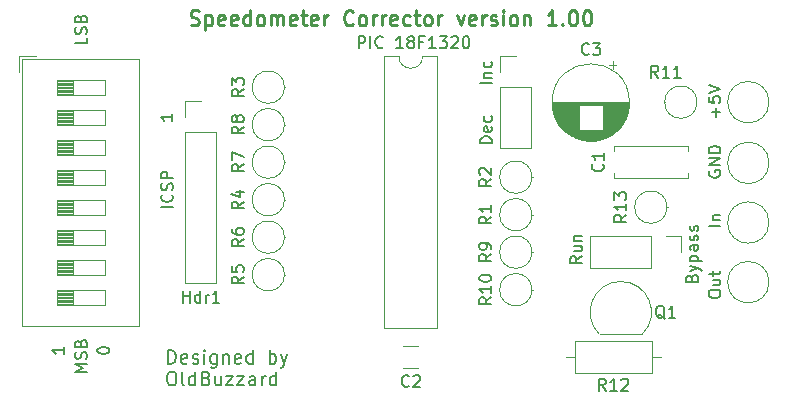
<source format=gbr>
%TF.GenerationSoftware,KiCad,Pcbnew,7.0.10*%
%TF.CreationDate,2025-08-08T15:07:21-06:00*%
%TF.ProjectId,Speedo,53706565-646f-42e6-9b69-6361645f7063,1.00*%
%TF.SameCoordinates,Original*%
%TF.FileFunction,Legend,Top*%
%TF.FilePolarity,Positive*%
%FSLAX46Y46*%
G04 Gerber Fmt 4.6, Leading zero omitted, Abs format (unit mm)*
G04 Created by KiCad (PCBNEW 7.0.10) date 2025-08-08 15:07:21*
%MOMM*%
%LPD*%
G01*
G04 APERTURE LIST*
%ADD10C,0.150000*%
%ADD11C,0.250000*%
%ADD12C,0.200000*%
%ADD13C,0.120000*%
G04 APERTURE END LIST*
D10*
X119884819Y-96881792D02*
X119408628Y-97215125D01*
X119884819Y-97453220D02*
X118884819Y-97453220D01*
X118884819Y-97453220D02*
X118884819Y-97072268D01*
X118884819Y-97072268D02*
X118932438Y-96977030D01*
X118932438Y-96977030D02*
X118980057Y-96929411D01*
X118980057Y-96929411D02*
X119075295Y-96881792D01*
X119075295Y-96881792D02*
X119218152Y-96881792D01*
X119218152Y-96881792D02*
X119313390Y-96929411D01*
X119313390Y-96929411D02*
X119361009Y-96977030D01*
X119361009Y-96977030D02*
X119408628Y-97072268D01*
X119408628Y-97072268D02*
X119408628Y-97453220D01*
X119218152Y-96024649D02*
X119884819Y-96024649D01*
X119218152Y-96453220D02*
X119741961Y-96453220D01*
X119741961Y-96453220D02*
X119837200Y-96405601D01*
X119837200Y-96405601D02*
X119884819Y-96310363D01*
X119884819Y-96310363D02*
X119884819Y-96167506D01*
X119884819Y-96167506D02*
X119837200Y-96072268D01*
X119837200Y-96072268D02*
X119789580Y-96024649D01*
X119218152Y-95548458D02*
X119884819Y-95548458D01*
X119313390Y-95548458D02*
X119265771Y-95500839D01*
X119265771Y-95500839D02*
X119218152Y-95405601D01*
X119218152Y-95405601D02*
X119218152Y-95262744D01*
X119218152Y-95262744D02*
X119265771Y-95167506D01*
X119265771Y-95167506D02*
X119361009Y-95119887D01*
X119361009Y-95119887D02*
X119884819Y-95119887D01*
X78879819Y-104882744D02*
X78879819Y-104787506D01*
X78879819Y-104787506D02*
X78927438Y-104692268D01*
X78927438Y-104692268D02*
X78975057Y-104644649D01*
X78975057Y-104644649D02*
X79070295Y-104597030D01*
X79070295Y-104597030D02*
X79260771Y-104549411D01*
X79260771Y-104549411D02*
X79498866Y-104549411D01*
X79498866Y-104549411D02*
X79689342Y-104597030D01*
X79689342Y-104597030D02*
X79784580Y-104644649D01*
X79784580Y-104644649D02*
X79832200Y-104692268D01*
X79832200Y-104692268D02*
X79879819Y-104787506D01*
X79879819Y-104787506D02*
X79879819Y-104882744D01*
X79879819Y-104882744D02*
X79832200Y-104977982D01*
X79832200Y-104977982D02*
X79784580Y-105025601D01*
X79784580Y-105025601D02*
X79689342Y-105073220D01*
X79689342Y-105073220D02*
X79498866Y-105120839D01*
X79498866Y-105120839D02*
X79260771Y-105120839D01*
X79260771Y-105120839D02*
X79070295Y-105073220D01*
X79070295Y-105073220D02*
X78975057Y-105025601D01*
X78975057Y-105025601D02*
X78927438Y-104977982D01*
X78927438Y-104977982D02*
X78879819Y-104882744D01*
X129203509Y-98707387D02*
X129251128Y-98564530D01*
X129251128Y-98564530D02*
X129298747Y-98516911D01*
X129298747Y-98516911D02*
X129393985Y-98469292D01*
X129393985Y-98469292D02*
X129536842Y-98469292D01*
X129536842Y-98469292D02*
X129632080Y-98516911D01*
X129632080Y-98516911D02*
X129679700Y-98564530D01*
X129679700Y-98564530D02*
X129727319Y-98659768D01*
X129727319Y-98659768D02*
X129727319Y-99040720D01*
X129727319Y-99040720D02*
X128727319Y-99040720D01*
X128727319Y-99040720D02*
X128727319Y-98707387D01*
X128727319Y-98707387D02*
X128774938Y-98612149D01*
X128774938Y-98612149D02*
X128822557Y-98564530D01*
X128822557Y-98564530D02*
X128917795Y-98516911D01*
X128917795Y-98516911D02*
X129013033Y-98516911D01*
X129013033Y-98516911D02*
X129108271Y-98564530D01*
X129108271Y-98564530D02*
X129155890Y-98612149D01*
X129155890Y-98612149D02*
X129203509Y-98707387D01*
X129203509Y-98707387D02*
X129203509Y-99040720D01*
X129060652Y-98135958D02*
X129727319Y-97897863D01*
X129060652Y-97659768D02*
X129727319Y-97897863D01*
X129727319Y-97897863D02*
X129965414Y-97993101D01*
X129965414Y-97993101D02*
X130013033Y-98040720D01*
X130013033Y-98040720D02*
X130060652Y-98135958D01*
X129060652Y-97278815D02*
X130060652Y-97278815D01*
X129108271Y-97278815D02*
X129060652Y-97183577D01*
X129060652Y-97183577D02*
X129060652Y-96993101D01*
X129060652Y-96993101D02*
X129108271Y-96897863D01*
X129108271Y-96897863D02*
X129155890Y-96850244D01*
X129155890Y-96850244D02*
X129251128Y-96802625D01*
X129251128Y-96802625D02*
X129536842Y-96802625D01*
X129536842Y-96802625D02*
X129632080Y-96850244D01*
X129632080Y-96850244D02*
X129679700Y-96897863D01*
X129679700Y-96897863D02*
X129727319Y-96993101D01*
X129727319Y-96993101D02*
X129727319Y-97183577D01*
X129727319Y-97183577D02*
X129679700Y-97278815D01*
X129727319Y-95945482D02*
X129203509Y-95945482D01*
X129203509Y-95945482D02*
X129108271Y-95993101D01*
X129108271Y-95993101D02*
X129060652Y-96088339D01*
X129060652Y-96088339D02*
X129060652Y-96278815D01*
X129060652Y-96278815D02*
X129108271Y-96374053D01*
X129679700Y-95945482D02*
X129727319Y-96040720D01*
X129727319Y-96040720D02*
X129727319Y-96278815D01*
X129727319Y-96278815D02*
X129679700Y-96374053D01*
X129679700Y-96374053D02*
X129584461Y-96421672D01*
X129584461Y-96421672D02*
X129489223Y-96421672D01*
X129489223Y-96421672D02*
X129393985Y-96374053D01*
X129393985Y-96374053D02*
X129346366Y-96278815D01*
X129346366Y-96278815D02*
X129346366Y-96040720D01*
X129346366Y-96040720D02*
X129298747Y-95945482D01*
X129679700Y-95516910D02*
X129727319Y-95421672D01*
X129727319Y-95421672D02*
X129727319Y-95231196D01*
X129727319Y-95231196D02*
X129679700Y-95135958D01*
X129679700Y-95135958D02*
X129584461Y-95088339D01*
X129584461Y-95088339D02*
X129536842Y-95088339D01*
X129536842Y-95088339D02*
X129441604Y-95135958D01*
X129441604Y-95135958D02*
X129393985Y-95231196D01*
X129393985Y-95231196D02*
X129393985Y-95374053D01*
X129393985Y-95374053D02*
X129346366Y-95469291D01*
X129346366Y-95469291D02*
X129251128Y-95516910D01*
X129251128Y-95516910D02*
X129203509Y-95516910D01*
X129203509Y-95516910D02*
X129108271Y-95469291D01*
X129108271Y-95469291D02*
X129060652Y-95374053D01*
X129060652Y-95374053D02*
X129060652Y-95231196D01*
X129060652Y-95231196D02*
X129108271Y-95135958D01*
X129679700Y-94707386D02*
X129727319Y-94612148D01*
X129727319Y-94612148D02*
X129727319Y-94421672D01*
X129727319Y-94421672D02*
X129679700Y-94326434D01*
X129679700Y-94326434D02*
X129584461Y-94278815D01*
X129584461Y-94278815D02*
X129536842Y-94278815D01*
X129536842Y-94278815D02*
X129441604Y-94326434D01*
X129441604Y-94326434D02*
X129393985Y-94421672D01*
X129393985Y-94421672D02*
X129393985Y-94564529D01*
X129393985Y-94564529D02*
X129346366Y-94659767D01*
X129346366Y-94659767D02*
X129251128Y-94707386D01*
X129251128Y-94707386D02*
X129203509Y-94707386D01*
X129203509Y-94707386D02*
X129108271Y-94659767D01*
X129108271Y-94659767D02*
X129060652Y-94564529D01*
X129060652Y-94564529D02*
X129060652Y-94421672D01*
X129060652Y-94421672D02*
X129108271Y-94326434D01*
X130632319Y-100120244D02*
X130632319Y-99929768D01*
X130632319Y-99929768D02*
X130679938Y-99834530D01*
X130679938Y-99834530D02*
X130775176Y-99739292D01*
X130775176Y-99739292D02*
X130965652Y-99691673D01*
X130965652Y-99691673D02*
X131298985Y-99691673D01*
X131298985Y-99691673D02*
X131489461Y-99739292D01*
X131489461Y-99739292D02*
X131584700Y-99834530D01*
X131584700Y-99834530D02*
X131632319Y-99929768D01*
X131632319Y-99929768D02*
X131632319Y-100120244D01*
X131632319Y-100120244D02*
X131584700Y-100215482D01*
X131584700Y-100215482D02*
X131489461Y-100310720D01*
X131489461Y-100310720D02*
X131298985Y-100358339D01*
X131298985Y-100358339D02*
X130965652Y-100358339D01*
X130965652Y-100358339D02*
X130775176Y-100310720D01*
X130775176Y-100310720D02*
X130679938Y-100215482D01*
X130679938Y-100215482D02*
X130632319Y-100120244D01*
X130965652Y-98834530D02*
X131632319Y-98834530D01*
X130965652Y-99263101D02*
X131489461Y-99263101D01*
X131489461Y-99263101D02*
X131584700Y-99215482D01*
X131584700Y-99215482D02*
X131632319Y-99120244D01*
X131632319Y-99120244D02*
X131632319Y-98977387D01*
X131632319Y-98977387D02*
X131584700Y-98882149D01*
X131584700Y-98882149D02*
X131537080Y-98834530D01*
X130965652Y-98501196D02*
X130965652Y-98120244D01*
X130632319Y-98358339D02*
X131489461Y-98358339D01*
X131489461Y-98358339D02*
X131584700Y-98310720D01*
X131584700Y-98310720D02*
X131632319Y-98215482D01*
X131632319Y-98215482D02*
X131632319Y-98120244D01*
D11*
X86762568Y-77244500D02*
X86941139Y-77304023D01*
X86941139Y-77304023D02*
X87238758Y-77304023D01*
X87238758Y-77304023D02*
X87357806Y-77244500D01*
X87357806Y-77244500D02*
X87417330Y-77184976D01*
X87417330Y-77184976D02*
X87476853Y-77065928D01*
X87476853Y-77065928D02*
X87476853Y-76946880D01*
X87476853Y-76946880D02*
X87417330Y-76827833D01*
X87417330Y-76827833D02*
X87357806Y-76768309D01*
X87357806Y-76768309D02*
X87238758Y-76708785D01*
X87238758Y-76708785D02*
X87000663Y-76649261D01*
X87000663Y-76649261D02*
X86881615Y-76589738D01*
X86881615Y-76589738D02*
X86822092Y-76530214D01*
X86822092Y-76530214D02*
X86762568Y-76411166D01*
X86762568Y-76411166D02*
X86762568Y-76292119D01*
X86762568Y-76292119D02*
X86822092Y-76173071D01*
X86822092Y-76173071D02*
X86881615Y-76113547D01*
X86881615Y-76113547D02*
X87000663Y-76054023D01*
X87000663Y-76054023D02*
X87298282Y-76054023D01*
X87298282Y-76054023D02*
X87476853Y-76113547D01*
X88012568Y-76470690D02*
X88012568Y-77720690D01*
X88012568Y-76530214D02*
X88131615Y-76470690D01*
X88131615Y-76470690D02*
X88369710Y-76470690D01*
X88369710Y-76470690D02*
X88488758Y-76530214D01*
X88488758Y-76530214D02*
X88548282Y-76589738D01*
X88548282Y-76589738D02*
X88607806Y-76708785D01*
X88607806Y-76708785D02*
X88607806Y-77065928D01*
X88607806Y-77065928D02*
X88548282Y-77184976D01*
X88548282Y-77184976D02*
X88488758Y-77244500D01*
X88488758Y-77244500D02*
X88369710Y-77304023D01*
X88369710Y-77304023D02*
X88131615Y-77304023D01*
X88131615Y-77304023D02*
X88012568Y-77244500D01*
X89619710Y-77244500D02*
X89500662Y-77304023D01*
X89500662Y-77304023D02*
X89262567Y-77304023D01*
X89262567Y-77304023D02*
X89143520Y-77244500D01*
X89143520Y-77244500D02*
X89083996Y-77125452D01*
X89083996Y-77125452D02*
X89083996Y-76649261D01*
X89083996Y-76649261D02*
X89143520Y-76530214D01*
X89143520Y-76530214D02*
X89262567Y-76470690D01*
X89262567Y-76470690D02*
X89500662Y-76470690D01*
X89500662Y-76470690D02*
X89619710Y-76530214D01*
X89619710Y-76530214D02*
X89679234Y-76649261D01*
X89679234Y-76649261D02*
X89679234Y-76768309D01*
X89679234Y-76768309D02*
X89083996Y-76887357D01*
X90691139Y-77244500D02*
X90572091Y-77304023D01*
X90572091Y-77304023D02*
X90333996Y-77304023D01*
X90333996Y-77304023D02*
X90214949Y-77244500D01*
X90214949Y-77244500D02*
X90155425Y-77125452D01*
X90155425Y-77125452D02*
X90155425Y-76649261D01*
X90155425Y-76649261D02*
X90214949Y-76530214D01*
X90214949Y-76530214D02*
X90333996Y-76470690D01*
X90333996Y-76470690D02*
X90572091Y-76470690D01*
X90572091Y-76470690D02*
X90691139Y-76530214D01*
X90691139Y-76530214D02*
X90750663Y-76649261D01*
X90750663Y-76649261D02*
X90750663Y-76768309D01*
X90750663Y-76768309D02*
X90155425Y-76887357D01*
X91822092Y-77304023D02*
X91822092Y-76054023D01*
X91822092Y-77244500D02*
X91703044Y-77304023D01*
X91703044Y-77304023D02*
X91464949Y-77304023D01*
X91464949Y-77304023D02*
X91345901Y-77244500D01*
X91345901Y-77244500D02*
X91286378Y-77184976D01*
X91286378Y-77184976D02*
X91226854Y-77065928D01*
X91226854Y-77065928D02*
X91226854Y-76708785D01*
X91226854Y-76708785D02*
X91286378Y-76589738D01*
X91286378Y-76589738D02*
X91345901Y-76530214D01*
X91345901Y-76530214D02*
X91464949Y-76470690D01*
X91464949Y-76470690D02*
X91703044Y-76470690D01*
X91703044Y-76470690D02*
X91822092Y-76530214D01*
X92595901Y-77304023D02*
X92476853Y-77244500D01*
X92476853Y-77244500D02*
X92417330Y-77184976D01*
X92417330Y-77184976D02*
X92357806Y-77065928D01*
X92357806Y-77065928D02*
X92357806Y-76708785D01*
X92357806Y-76708785D02*
X92417330Y-76589738D01*
X92417330Y-76589738D02*
X92476853Y-76530214D01*
X92476853Y-76530214D02*
X92595901Y-76470690D01*
X92595901Y-76470690D02*
X92774472Y-76470690D01*
X92774472Y-76470690D02*
X92893520Y-76530214D01*
X92893520Y-76530214D02*
X92953044Y-76589738D01*
X92953044Y-76589738D02*
X93012568Y-76708785D01*
X93012568Y-76708785D02*
X93012568Y-77065928D01*
X93012568Y-77065928D02*
X92953044Y-77184976D01*
X92953044Y-77184976D02*
X92893520Y-77244500D01*
X92893520Y-77244500D02*
X92774472Y-77304023D01*
X92774472Y-77304023D02*
X92595901Y-77304023D01*
X93548282Y-77304023D02*
X93548282Y-76470690D01*
X93548282Y-76589738D02*
X93607805Y-76530214D01*
X93607805Y-76530214D02*
X93726853Y-76470690D01*
X93726853Y-76470690D02*
X93905424Y-76470690D01*
X93905424Y-76470690D02*
X94024472Y-76530214D01*
X94024472Y-76530214D02*
X94083996Y-76649261D01*
X94083996Y-76649261D02*
X94083996Y-77304023D01*
X94083996Y-76649261D02*
X94143520Y-76530214D01*
X94143520Y-76530214D02*
X94262567Y-76470690D01*
X94262567Y-76470690D02*
X94441139Y-76470690D01*
X94441139Y-76470690D02*
X94560186Y-76530214D01*
X94560186Y-76530214D02*
X94619710Y-76649261D01*
X94619710Y-76649261D02*
X94619710Y-77304023D01*
X95691139Y-77244500D02*
X95572091Y-77304023D01*
X95572091Y-77304023D02*
X95333996Y-77304023D01*
X95333996Y-77304023D02*
X95214949Y-77244500D01*
X95214949Y-77244500D02*
X95155425Y-77125452D01*
X95155425Y-77125452D02*
X95155425Y-76649261D01*
X95155425Y-76649261D02*
X95214949Y-76530214D01*
X95214949Y-76530214D02*
X95333996Y-76470690D01*
X95333996Y-76470690D02*
X95572091Y-76470690D01*
X95572091Y-76470690D02*
X95691139Y-76530214D01*
X95691139Y-76530214D02*
X95750663Y-76649261D01*
X95750663Y-76649261D02*
X95750663Y-76768309D01*
X95750663Y-76768309D02*
X95155425Y-76887357D01*
X96107806Y-76470690D02*
X96583997Y-76470690D01*
X96286378Y-76054023D02*
X96286378Y-77125452D01*
X96286378Y-77125452D02*
X96345901Y-77244500D01*
X96345901Y-77244500D02*
X96464949Y-77304023D01*
X96464949Y-77304023D02*
X96583997Y-77304023D01*
X97476854Y-77244500D02*
X97357806Y-77304023D01*
X97357806Y-77304023D02*
X97119711Y-77304023D01*
X97119711Y-77304023D02*
X97000664Y-77244500D01*
X97000664Y-77244500D02*
X96941140Y-77125452D01*
X96941140Y-77125452D02*
X96941140Y-76649261D01*
X96941140Y-76649261D02*
X97000664Y-76530214D01*
X97000664Y-76530214D02*
X97119711Y-76470690D01*
X97119711Y-76470690D02*
X97357806Y-76470690D01*
X97357806Y-76470690D02*
X97476854Y-76530214D01*
X97476854Y-76530214D02*
X97536378Y-76649261D01*
X97536378Y-76649261D02*
X97536378Y-76768309D01*
X97536378Y-76768309D02*
X96941140Y-76887357D01*
X98072093Y-77304023D02*
X98072093Y-76470690D01*
X98072093Y-76708785D02*
X98131616Y-76589738D01*
X98131616Y-76589738D02*
X98191140Y-76530214D01*
X98191140Y-76530214D02*
X98310188Y-76470690D01*
X98310188Y-76470690D02*
X98429235Y-76470690D01*
X100512569Y-77184976D02*
X100453045Y-77244500D01*
X100453045Y-77244500D02*
X100274474Y-77304023D01*
X100274474Y-77304023D02*
X100155426Y-77304023D01*
X100155426Y-77304023D02*
X99976855Y-77244500D01*
X99976855Y-77244500D02*
X99857807Y-77125452D01*
X99857807Y-77125452D02*
X99798284Y-77006404D01*
X99798284Y-77006404D02*
X99738760Y-76768309D01*
X99738760Y-76768309D02*
X99738760Y-76589738D01*
X99738760Y-76589738D02*
X99798284Y-76351642D01*
X99798284Y-76351642D02*
X99857807Y-76232595D01*
X99857807Y-76232595D02*
X99976855Y-76113547D01*
X99976855Y-76113547D02*
X100155426Y-76054023D01*
X100155426Y-76054023D02*
X100274474Y-76054023D01*
X100274474Y-76054023D02*
X100453045Y-76113547D01*
X100453045Y-76113547D02*
X100512569Y-76173071D01*
X101226855Y-77304023D02*
X101107807Y-77244500D01*
X101107807Y-77244500D02*
X101048284Y-77184976D01*
X101048284Y-77184976D02*
X100988760Y-77065928D01*
X100988760Y-77065928D02*
X100988760Y-76708785D01*
X100988760Y-76708785D02*
X101048284Y-76589738D01*
X101048284Y-76589738D02*
X101107807Y-76530214D01*
X101107807Y-76530214D02*
X101226855Y-76470690D01*
X101226855Y-76470690D02*
X101405426Y-76470690D01*
X101405426Y-76470690D02*
X101524474Y-76530214D01*
X101524474Y-76530214D02*
X101583998Y-76589738D01*
X101583998Y-76589738D02*
X101643522Y-76708785D01*
X101643522Y-76708785D02*
X101643522Y-77065928D01*
X101643522Y-77065928D02*
X101583998Y-77184976D01*
X101583998Y-77184976D02*
X101524474Y-77244500D01*
X101524474Y-77244500D02*
X101405426Y-77304023D01*
X101405426Y-77304023D02*
X101226855Y-77304023D01*
X102179236Y-77304023D02*
X102179236Y-76470690D01*
X102179236Y-76708785D02*
X102238759Y-76589738D01*
X102238759Y-76589738D02*
X102298283Y-76530214D01*
X102298283Y-76530214D02*
X102417331Y-76470690D01*
X102417331Y-76470690D02*
X102536378Y-76470690D01*
X102953046Y-77304023D02*
X102953046Y-76470690D01*
X102953046Y-76708785D02*
X103012569Y-76589738D01*
X103012569Y-76589738D02*
X103072093Y-76530214D01*
X103072093Y-76530214D02*
X103191141Y-76470690D01*
X103191141Y-76470690D02*
X103310188Y-76470690D01*
X104203046Y-77244500D02*
X104083998Y-77304023D01*
X104083998Y-77304023D02*
X103845903Y-77304023D01*
X103845903Y-77304023D02*
X103726856Y-77244500D01*
X103726856Y-77244500D02*
X103667332Y-77125452D01*
X103667332Y-77125452D02*
X103667332Y-76649261D01*
X103667332Y-76649261D02*
X103726856Y-76530214D01*
X103726856Y-76530214D02*
X103845903Y-76470690D01*
X103845903Y-76470690D02*
X104083998Y-76470690D01*
X104083998Y-76470690D02*
X104203046Y-76530214D01*
X104203046Y-76530214D02*
X104262570Y-76649261D01*
X104262570Y-76649261D02*
X104262570Y-76768309D01*
X104262570Y-76768309D02*
X103667332Y-76887357D01*
X105333999Y-77244500D02*
X105214951Y-77304023D01*
X105214951Y-77304023D02*
X104976856Y-77304023D01*
X104976856Y-77304023D02*
X104857808Y-77244500D01*
X104857808Y-77244500D02*
X104798285Y-77184976D01*
X104798285Y-77184976D02*
X104738761Y-77065928D01*
X104738761Y-77065928D02*
X104738761Y-76708785D01*
X104738761Y-76708785D02*
X104798285Y-76589738D01*
X104798285Y-76589738D02*
X104857808Y-76530214D01*
X104857808Y-76530214D02*
X104976856Y-76470690D01*
X104976856Y-76470690D02*
X105214951Y-76470690D01*
X105214951Y-76470690D02*
X105333999Y-76530214D01*
X105691142Y-76470690D02*
X106167333Y-76470690D01*
X105869714Y-76054023D02*
X105869714Y-77125452D01*
X105869714Y-77125452D02*
X105929237Y-77244500D01*
X105929237Y-77244500D02*
X106048285Y-77304023D01*
X106048285Y-77304023D02*
X106167333Y-77304023D01*
X106762571Y-77304023D02*
X106643523Y-77244500D01*
X106643523Y-77244500D02*
X106584000Y-77184976D01*
X106584000Y-77184976D02*
X106524476Y-77065928D01*
X106524476Y-77065928D02*
X106524476Y-76708785D01*
X106524476Y-76708785D02*
X106584000Y-76589738D01*
X106584000Y-76589738D02*
X106643523Y-76530214D01*
X106643523Y-76530214D02*
X106762571Y-76470690D01*
X106762571Y-76470690D02*
X106941142Y-76470690D01*
X106941142Y-76470690D02*
X107060190Y-76530214D01*
X107060190Y-76530214D02*
X107119714Y-76589738D01*
X107119714Y-76589738D02*
X107179238Y-76708785D01*
X107179238Y-76708785D02*
X107179238Y-77065928D01*
X107179238Y-77065928D02*
X107119714Y-77184976D01*
X107119714Y-77184976D02*
X107060190Y-77244500D01*
X107060190Y-77244500D02*
X106941142Y-77304023D01*
X106941142Y-77304023D02*
X106762571Y-77304023D01*
X107714952Y-77304023D02*
X107714952Y-76470690D01*
X107714952Y-76708785D02*
X107774475Y-76589738D01*
X107774475Y-76589738D02*
X107833999Y-76530214D01*
X107833999Y-76530214D02*
X107953047Y-76470690D01*
X107953047Y-76470690D02*
X108072094Y-76470690D01*
X109322095Y-76470690D02*
X109619714Y-77304023D01*
X109619714Y-77304023D02*
X109917333Y-76470690D01*
X110869714Y-77244500D02*
X110750666Y-77304023D01*
X110750666Y-77304023D02*
X110512571Y-77304023D01*
X110512571Y-77304023D02*
X110393524Y-77244500D01*
X110393524Y-77244500D02*
X110334000Y-77125452D01*
X110334000Y-77125452D02*
X110334000Y-76649261D01*
X110334000Y-76649261D02*
X110393524Y-76530214D01*
X110393524Y-76530214D02*
X110512571Y-76470690D01*
X110512571Y-76470690D02*
X110750666Y-76470690D01*
X110750666Y-76470690D02*
X110869714Y-76530214D01*
X110869714Y-76530214D02*
X110929238Y-76649261D01*
X110929238Y-76649261D02*
X110929238Y-76768309D01*
X110929238Y-76768309D02*
X110334000Y-76887357D01*
X111464953Y-77304023D02*
X111464953Y-76470690D01*
X111464953Y-76708785D02*
X111524476Y-76589738D01*
X111524476Y-76589738D02*
X111584000Y-76530214D01*
X111584000Y-76530214D02*
X111703048Y-76470690D01*
X111703048Y-76470690D02*
X111822095Y-76470690D01*
X112179239Y-77244500D02*
X112298286Y-77304023D01*
X112298286Y-77304023D02*
X112536382Y-77304023D01*
X112536382Y-77304023D02*
X112655429Y-77244500D01*
X112655429Y-77244500D02*
X112714953Y-77125452D01*
X112714953Y-77125452D02*
X112714953Y-77065928D01*
X112714953Y-77065928D02*
X112655429Y-76946880D01*
X112655429Y-76946880D02*
X112536382Y-76887357D01*
X112536382Y-76887357D02*
X112357810Y-76887357D01*
X112357810Y-76887357D02*
X112238763Y-76827833D01*
X112238763Y-76827833D02*
X112179239Y-76708785D01*
X112179239Y-76708785D02*
X112179239Y-76649261D01*
X112179239Y-76649261D02*
X112238763Y-76530214D01*
X112238763Y-76530214D02*
X112357810Y-76470690D01*
X112357810Y-76470690D02*
X112536382Y-76470690D01*
X112536382Y-76470690D02*
X112655429Y-76530214D01*
X113250668Y-77304023D02*
X113250668Y-76470690D01*
X113250668Y-76054023D02*
X113191144Y-76113547D01*
X113191144Y-76113547D02*
X113250668Y-76173071D01*
X113250668Y-76173071D02*
X113310191Y-76113547D01*
X113310191Y-76113547D02*
X113250668Y-76054023D01*
X113250668Y-76054023D02*
X113250668Y-76173071D01*
X114024477Y-77304023D02*
X113905429Y-77244500D01*
X113905429Y-77244500D02*
X113845906Y-77184976D01*
X113845906Y-77184976D02*
X113786382Y-77065928D01*
X113786382Y-77065928D02*
X113786382Y-76708785D01*
X113786382Y-76708785D02*
X113845906Y-76589738D01*
X113845906Y-76589738D02*
X113905429Y-76530214D01*
X113905429Y-76530214D02*
X114024477Y-76470690D01*
X114024477Y-76470690D02*
X114203048Y-76470690D01*
X114203048Y-76470690D02*
X114322096Y-76530214D01*
X114322096Y-76530214D02*
X114381620Y-76589738D01*
X114381620Y-76589738D02*
X114441144Y-76708785D01*
X114441144Y-76708785D02*
X114441144Y-77065928D01*
X114441144Y-77065928D02*
X114381620Y-77184976D01*
X114381620Y-77184976D02*
X114322096Y-77244500D01*
X114322096Y-77244500D02*
X114203048Y-77304023D01*
X114203048Y-77304023D02*
X114024477Y-77304023D01*
X114976858Y-76470690D02*
X114976858Y-77304023D01*
X114976858Y-76589738D02*
X115036381Y-76530214D01*
X115036381Y-76530214D02*
X115155429Y-76470690D01*
X115155429Y-76470690D02*
X115334000Y-76470690D01*
X115334000Y-76470690D02*
X115453048Y-76530214D01*
X115453048Y-76530214D02*
X115512572Y-76649261D01*
X115512572Y-76649261D02*
X115512572Y-77304023D01*
X117714952Y-77304023D02*
X117000667Y-77304023D01*
X117357810Y-77304023D02*
X117357810Y-76054023D01*
X117357810Y-76054023D02*
X117238762Y-76232595D01*
X117238762Y-76232595D02*
X117119714Y-76351642D01*
X117119714Y-76351642D02*
X117000667Y-76411166D01*
X118250667Y-77184976D02*
X118310190Y-77244500D01*
X118310190Y-77244500D02*
X118250667Y-77304023D01*
X118250667Y-77304023D02*
X118191143Y-77244500D01*
X118191143Y-77244500D02*
X118250667Y-77184976D01*
X118250667Y-77184976D02*
X118250667Y-77304023D01*
X119084000Y-76054023D02*
X119203047Y-76054023D01*
X119203047Y-76054023D02*
X119322095Y-76113547D01*
X119322095Y-76113547D02*
X119381619Y-76173071D01*
X119381619Y-76173071D02*
X119441143Y-76292119D01*
X119441143Y-76292119D02*
X119500666Y-76530214D01*
X119500666Y-76530214D02*
X119500666Y-76827833D01*
X119500666Y-76827833D02*
X119441143Y-77065928D01*
X119441143Y-77065928D02*
X119381619Y-77184976D01*
X119381619Y-77184976D02*
X119322095Y-77244500D01*
X119322095Y-77244500D02*
X119203047Y-77304023D01*
X119203047Y-77304023D02*
X119084000Y-77304023D01*
X119084000Y-77304023D02*
X118964952Y-77244500D01*
X118964952Y-77244500D02*
X118905428Y-77184976D01*
X118905428Y-77184976D02*
X118845905Y-77065928D01*
X118845905Y-77065928D02*
X118786381Y-76827833D01*
X118786381Y-76827833D02*
X118786381Y-76530214D01*
X118786381Y-76530214D02*
X118845905Y-76292119D01*
X118845905Y-76292119D02*
X118905428Y-76173071D01*
X118905428Y-76173071D02*
X118964952Y-76113547D01*
X118964952Y-76113547D02*
X119084000Y-76054023D01*
X120274476Y-76054023D02*
X120393523Y-76054023D01*
X120393523Y-76054023D02*
X120512571Y-76113547D01*
X120512571Y-76113547D02*
X120572095Y-76173071D01*
X120572095Y-76173071D02*
X120631619Y-76292119D01*
X120631619Y-76292119D02*
X120691142Y-76530214D01*
X120691142Y-76530214D02*
X120691142Y-76827833D01*
X120691142Y-76827833D02*
X120631619Y-77065928D01*
X120631619Y-77065928D02*
X120572095Y-77184976D01*
X120572095Y-77184976D02*
X120512571Y-77244500D01*
X120512571Y-77244500D02*
X120393523Y-77304023D01*
X120393523Y-77304023D02*
X120274476Y-77304023D01*
X120274476Y-77304023D02*
X120155428Y-77244500D01*
X120155428Y-77244500D02*
X120095904Y-77184976D01*
X120095904Y-77184976D02*
X120036381Y-77065928D01*
X120036381Y-77065928D02*
X119976857Y-76827833D01*
X119976857Y-76827833D02*
X119976857Y-76530214D01*
X119976857Y-76530214D02*
X120036381Y-76292119D01*
X120036381Y-76292119D02*
X120095904Y-76173071D01*
X120095904Y-76173071D02*
X120155428Y-76113547D01*
X120155428Y-76113547D02*
X120274476Y-76054023D01*
D10*
X85227319Y-84804285D02*
X85227319Y-85375713D01*
X85227319Y-85089999D02*
X84227319Y-85089999D01*
X84227319Y-85089999D02*
X84370176Y-85185237D01*
X84370176Y-85185237D02*
X84465414Y-85280475D01*
X84465414Y-85280475D02*
X84513033Y-85375713D01*
X77974819Y-78346303D02*
X77974819Y-78822493D01*
X77974819Y-78822493D02*
X76974819Y-78822493D01*
X77927200Y-78060588D02*
X77974819Y-77917731D01*
X77974819Y-77917731D02*
X77974819Y-77679636D01*
X77974819Y-77679636D02*
X77927200Y-77584398D01*
X77927200Y-77584398D02*
X77879580Y-77536779D01*
X77879580Y-77536779D02*
X77784342Y-77489160D01*
X77784342Y-77489160D02*
X77689104Y-77489160D01*
X77689104Y-77489160D02*
X77593866Y-77536779D01*
X77593866Y-77536779D02*
X77546247Y-77584398D01*
X77546247Y-77584398D02*
X77498628Y-77679636D01*
X77498628Y-77679636D02*
X77451009Y-77870112D01*
X77451009Y-77870112D02*
X77403390Y-77965350D01*
X77403390Y-77965350D02*
X77355771Y-78012969D01*
X77355771Y-78012969D02*
X77260533Y-78060588D01*
X77260533Y-78060588D02*
X77165295Y-78060588D01*
X77165295Y-78060588D02*
X77070057Y-78012969D01*
X77070057Y-78012969D02*
X77022438Y-77965350D01*
X77022438Y-77965350D02*
X76974819Y-77870112D01*
X76974819Y-77870112D02*
X76974819Y-77632017D01*
X76974819Y-77632017D02*
X77022438Y-77489160D01*
X77451009Y-76727255D02*
X77498628Y-76584398D01*
X77498628Y-76584398D02*
X77546247Y-76536779D01*
X77546247Y-76536779D02*
X77641485Y-76489160D01*
X77641485Y-76489160D02*
X77784342Y-76489160D01*
X77784342Y-76489160D02*
X77879580Y-76536779D01*
X77879580Y-76536779D02*
X77927200Y-76584398D01*
X77927200Y-76584398D02*
X77974819Y-76679636D01*
X77974819Y-76679636D02*
X77974819Y-77060588D01*
X77974819Y-77060588D02*
X76974819Y-77060588D01*
X76974819Y-77060588D02*
X76974819Y-76727255D01*
X76974819Y-76727255D02*
X77022438Y-76632017D01*
X77022438Y-76632017D02*
X77070057Y-76584398D01*
X77070057Y-76584398D02*
X77165295Y-76536779D01*
X77165295Y-76536779D02*
X77260533Y-76536779D01*
X77260533Y-76536779D02*
X77355771Y-76584398D01*
X77355771Y-76584398D02*
X77403390Y-76632017D01*
X77403390Y-76632017D02*
X77451009Y-76727255D01*
X77451009Y-76727255D02*
X77451009Y-77060588D01*
X112264819Y-87293220D02*
X111264819Y-87293220D01*
X111264819Y-87293220D02*
X111264819Y-87055125D01*
X111264819Y-87055125D02*
X111312438Y-86912268D01*
X111312438Y-86912268D02*
X111407676Y-86817030D01*
X111407676Y-86817030D02*
X111502914Y-86769411D01*
X111502914Y-86769411D02*
X111693390Y-86721792D01*
X111693390Y-86721792D02*
X111836247Y-86721792D01*
X111836247Y-86721792D02*
X112026723Y-86769411D01*
X112026723Y-86769411D02*
X112121961Y-86817030D01*
X112121961Y-86817030D02*
X112217200Y-86912268D01*
X112217200Y-86912268D02*
X112264819Y-87055125D01*
X112264819Y-87055125D02*
X112264819Y-87293220D01*
X112217200Y-85912268D02*
X112264819Y-86007506D01*
X112264819Y-86007506D02*
X112264819Y-86197982D01*
X112264819Y-86197982D02*
X112217200Y-86293220D01*
X112217200Y-86293220D02*
X112121961Y-86340839D01*
X112121961Y-86340839D02*
X111741009Y-86340839D01*
X111741009Y-86340839D02*
X111645771Y-86293220D01*
X111645771Y-86293220D02*
X111598152Y-86197982D01*
X111598152Y-86197982D02*
X111598152Y-86007506D01*
X111598152Y-86007506D02*
X111645771Y-85912268D01*
X111645771Y-85912268D02*
X111741009Y-85864649D01*
X111741009Y-85864649D02*
X111836247Y-85864649D01*
X111836247Y-85864649D02*
X111931485Y-86340839D01*
X112217200Y-85007506D02*
X112264819Y-85102744D01*
X112264819Y-85102744D02*
X112264819Y-85293220D01*
X112264819Y-85293220D02*
X112217200Y-85388458D01*
X112217200Y-85388458D02*
X112169580Y-85436077D01*
X112169580Y-85436077D02*
X112074342Y-85483696D01*
X112074342Y-85483696D02*
X111788628Y-85483696D01*
X111788628Y-85483696D02*
X111693390Y-85436077D01*
X111693390Y-85436077D02*
X111645771Y-85388458D01*
X111645771Y-85388458D02*
X111598152Y-85293220D01*
X111598152Y-85293220D02*
X111598152Y-85102744D01*
X111598152Y-85102744D02*
X111645771Y-85007506D01*
X100984279Y-79244819D02*
X100984279Y-78244819D01*
X100984279Y-78244819D02*
X101365231Y-78244819D01*
X101365231Y-78244819D02*
X101460469Y-78292438D01*
X101460469Y-78292438D02*
X101508088Y-78340057D01*
X101508088Y-78340057D02*
X101555707Y-78435295D01*
X101555707Y-78435295D02*
X101555707Y-78578152D01*
X101555707Y-78578152D02*
X101508088Y-78673390D01*
X101508088Y-78673390D02*
X101460469Y-78721009D01*
X101460469Y-78721009D02*
X101365231Y-78768628D01*
X101365231Y-78768628D02*
X100984279Y-78768628D01*
X101984279Y-79244819D02*
X101984279Y-78244819D01*
X103031897Y-79149580D02*
X102984278Y-79197200D01*
X102984278Y-79197200D02*
X102841421Y-79244819D01*
X102841421Y-79244819D02*
X102746183Y-79244819D01*
X102746183Y-79244819D02*
X102603326Y-79197200D01*
X102603326Y-79197200D02*
X102508088Y-79101961D01*
X102508088Y-79101961D02*
X102460469Y-79006723D01*
X102460469Y-79006723D02*
X102412850Y-78816247D01*
X102412850Y-78816247D02*
X102412850Y-78673390D01*
X102412850Y-78673390D02*
X102460469Y-78482914D01*
X102460469Y-78482914D02*
X102508088Y-78387676D01*
X102508088Y-78387676D02*
X102603326Y-78292438D01*
X102603326Y-78292438D02*
X102746183Y-78244819D01*
X102746183Y-78244819D02*
X102841421Y-78244819D01*
X102841421Y-78244819D02*
X102984278Y-78292438D01*
X102984278Y-78292438D02*
X103031897Y-78340057D01*
X104746183Y-79244819D02*
X104174755Y-79244819D01*
X104460469Y-79244819D02*
X104460469Y-78244819D01*
X104460469Y-78244819D02*
X104365231Y-78387676D01*
X104365231Y-78387676D02*
X104269993Y-78482914D01*
X104269993Y-78482914D02*
X104174755Y-78530533D01*
X105317612Y-78673390D02*
X105222374Y-78625771D01*
X105222374Y-78625771D02*
X105174755Y-78578152D01*
X105174755Y-78578152D02*
X105127136Y-78482914D01*
X105127136Y-78482914D02*
X105127136Y-78435295D01*
X105127136Y-78435295D02*
X105174755Y-78340057D01*
X105174755Y-78340057D02*
X105222374Y-78292438D01*
X105222374Y-78292438D02*
X105317612Y-78244819D01*
X105317612Y-78244819D02*
X105508088Y-78244819D01*
X105508088Y-78244819D02*
X105603326Y-78292438D01*
X105603326Y-78292438D02*
X105650945Y-78340057D01*
X105650945Y-78340057D02*
X105698564Y-78435295D01*
X105698564Y-78435295D02*
X105698564Y-78482914D01*
X105698564Y-78482914D02*
X105650945Y-78578152D01*
X105650945Y-78578152D02*
X105603326Y-78625771D01*
X105603326Y-78625771D02*
X105508088Y-78673390D01*
X105508088Y-78673390D02*
X105317612Y-78673390D01*
X105317612Y-78673390D02*
X105222374Y-78721009D01*
X105222374Y-78721009D02*
X105174755Y-78768628D01*
X105174755Y-78768628D02*
X105127136Y-78863866D01*
X105127136Y-78863866D02*
X105127136Y-79054342D01*
X105127136Y-79054342D02*
X105174755Y-79149580D01*
X105174755Y-79149580D02*
X105222374Y-79197200D01*
X105222374Y-79197200D02*
X105317612Y-79244819D01*
X105317612Y-79244819D02*
X105508088Y-79244819D01*
X105508088Y-79244819D02*
X105603326Y-79197200D01*
X105603326Y-79197200D02*
X105650945Y-79149580D01*
X105650945Y-79149580D02*
X105698564Y-79054342D01*
X105698564Y-79054342D02*
X105698564Y-78863866D01*
X105698564Y-78863866D02*
X105650945Y-78768628D01*
X105650945Y-78768628D02*
X105603326Y-78721009D01*
X105603326Y-78721009D02*
X105508088Y-78673390D01*
X106460469Y-78721009D02*
X106127136Y-78721009D01*
X106127136Y-79244819D02*
X106127136Y-78244819D01*
X106127136Y-78244819D02*
X106603326Y-78244819D01*
X107508088Y-79244819D02*
X106936660Y-79244819D01*
X107222374Y-79244819D02*
X107222374Y-78244819D01*
X107222374Y-78244819D02*
X107127136Y-78387676D01*
X107127136Y-78387676D02*
X107031898Y-78482914D01*
X107031898Y-78482914D02*
X106936660Y-78530533D01*
X107841422Y-78244819D02*
X108460469Y-78244819D01*
X108460469Y-78244819D02*
X108127136Y-78625771D01*
X108127136Y-78625771D02*
X108269993Y-78625771D01*
X108269993Y-78625771D02*
X108365231Y-78673390D01*
X108365231Y-78673390D02*
X108412850Y-78721009D01*
X108412850Y-78721009D02*
X108460469Y-78816247D01*
X108460469Y-78816247D02*
X108460469Y-79054342D01*
X108460469Y-79054342D02*
X108412850Y-79149580D01*
X108412850Y-79149580D02*
X108365231Y-79197200D01*
X108365231Y-79197200D02*
X108269993Y-79244819D01*
X108269993Y-79244819D02*
X107984279Y-79244819D01*
X107984279Y-79244819D02*
X107889041Y-79197200D01*
X107889041Y-79197200D02*
X107841422Y-79149580D01*
X108841422Y-78340057D02*
X108889041Y-78292438D01*
X108889041Y-78292438D02*
X108984279Y-78244819D01*
X108984279Y-78244819D02*
X109222374Y-78244819D01*
X109222374Y-78244819D02*
X109317612Y-78292438D01*
X109317612Y-78292438D02*
X109365231Y-78340057D01*
X109365231Y-78340057D02*
X109412850Y-78435295D01*
X109412850Y-78435295D02*
X109412850Y-78530533D01*
X109412850Y-78530533D02*
X109365231Y-78673390D01*
X109365231Y-78673390D02*
X108793803Y-79244819D01*
X108793803Y-79244819D02*
X109412850Y-79244819D01*
X110031898Y-78244819D02*
X110127136Y-78244819D01*
X110127136Y-78244819D02*
X110222374Y-78292438D01*
X110222374Y-78292438D02*
X110269993Y-78340057D01*
X110269993Y-78340057D02*
X110317612Y-78435295D01*
X110317612Y-78435295D02*
X110365231Y-78625771D01*
X110365231Y-78625771D02*
X110365231Y-78863866D01*
X110365231Y-78863866D02*
X110317612Y-79054342D01*
X110317612Y-79054342D02*
X110269993Y-79149580D01*
X110269993Y-79149580D02*
X110222374Y-79197200D01*
X110222374Y-79197200D02*
X110127136Y-79244819D01*
X110127136Y-79244819D02*
X110031898Y-79244819D01*
X110031898Y-79244819D02*
X109936660Y-79197200D01*
X109936660Y-79197200D02*
X109889041Y-79149580D01*
X109889041Y-79149580D02*
X109841422Y-79054342D01*
X109841422Y-79054342D02*
X109793803Y-78863866D01*
X109793803Y-78863866D02*
X109793803Y-78625771D01*
X109793803Y-78625771D02*
X109841422Y-78435295D01*
X109841422Y-78435295D02*
X109889041Y-78340057D01*
X109889041Y-78340057D02*
X109936660Y-78292438D01*
X109936660Y-78292438D02*
X110031898Y-78244819D01*
X130679938Y-89626911D02*
X130632319Y-89722149D01*
X130632319Y-89722149D02*
X130632319Y-89865006D01*
X130632319Y-89865006D02*
X130679938Y-90007863D01*
X130679938Y-90007863D02*
X130775176Y-90103101D01*
X130775176Y-90103101D02*
X130870414Y-90150720D01*
X130870414Y-90150720D02*
X131060890Y-90198339D01*
X131060890Y-90198339D02*
X131203747Y-90198339D01*
X131203747Y-90198339D02*
X131394223Y-90150720D01*
X131394223Y-90150720D02*
X131489461Y-90103101D01*
X131489461Y-90103101D02*
X131584700Y-90007863D01*
X131584700Y-90007863D02*
X131632319Y-89865006D01*
X131632319Y-89865006D02*
X131632319Y-89769768D01*
X131632319Y-89769768D02*
X131584700Y-89626911D01*
X131584700Y-89626911D02*
X131537080Y-89579292D01*
X131537080Y-89579292D02*
X131203747Y-89579292D01*
X131203747Y-89579292D02*
X131203747Y-89769768D01*
X131632319Y-89150720D02*
X130632319Y-89150720D01*
X130632319Y-89150720D02*
X131632319Y-88579292D01*
X131632319Y-88579292D02*
X130632319Y-88579292D01*
X131632319Y-88103101D02*
X130632319Y-88103101D01*
X130632319Y-88103101D02*
X130632319Y-87865006D01*
X130632319Y-87865006D02*
X130679938Y-87722149D01*
X130679938Y-87722149D02*
X130775176Y-87626911D01*
X130775176Y-87626911D02*
X130870414Y-87579292D01*
X130870414Y-87579292D02*
X131060890Y-87531673D01*
X131060890Y-87531673D02*
X131203747Y-87531673D01*
X131203747Y-87531673D02*
X131394223Y-87579292D01*
X131394223Y-87579292D02*
X131489461Y-87626911D01*
X131489461Y-87626911D02*
X131584700Y-87722149D01*
X131584700Y-87722149D02*
X131632319Y-87865006D01*
X131632319Y-87865006D02*
X131632319Y-88103101D01*
X131632319Y-94278220D02*
X130632319Y-94278220D01*
X130965652Y-93802030D02*
X131632319Y-93802030D01*
X131060890Y-93802030D02*
X131013271Y-93754411D01*
X131013271Y-93754411D02*
X130965652Y-93659173D01*
X130965652Y-93659173D02*
X130965652Y-93516316D01*
X130965652Y-93516316D02*
X131013271Y-93421078D01*
X131013271Y-93421078D02*
X131108509Y-93373459D01*
X131108509Y-93373459D02*
X131632319Y-93373459D01*
X112264819Y-82213220D02*
X111264819Y-82213220D01*
X111598152Y-81737030D02*
X112264819Y-81737030D01*
X111693390Y-81737030D02*
X111645771Y-81689411D01*
X111645771Y-81689411D02*
X111598152Y-81594173D01*
X111598152Y-81594173D02*
X111598152Y-81451316D01*
X111598152Y-81451316D02*
X111645771Y-81356078D01*
X111645771Y-81356078D02*
X111741009Y-81308459D01*
X111741009Y-81308459D02*
X112264819Y-81308459D01*
X112217200Y-80403697D02*
X112264819Y-80498935D01*
X112264819Y-80498935D02*
X112264819Y-80689411D01*
X112264819Y-80689411D02*
X112217200Y-80784649D01*
X112217200Y-80784649D02*
X112169580Y-80832268D01*
X112169580Y-80832268D02*
X112074342Y-80879887D01*
X112074342Y-80879887D02*
X111788628Y-80879887D01*
X111788628Y-80879887D02*
X111693390Y-80832268D01*
X111693390Y-80832268D02*
X111645771Y-80784649D01*
X111645771Y-80784649D02*
X111598152Y-80689411D01*
X111598152Y-80689411D02*
X111598152Y-80498935D01*
X111598152Y-80498935D02*
X111645771Y-80403697D01*
D12*
X84860387Y-105947361D02*
X84860387Y-104797361D01*
X84860387Y-104797361D02*
X85134197Y-104797361D01*
X85134197Y-104797361D02*
X85298482Y-104852123D01*
X85298482Y-104852123D02*
X85408006Y-104961647D01*
X85408006Y-104961647D02*
X85462768Y-105071171D01*
X85462768Y-105071171D02*
X85517530Y-105290219D01*
X85517530Y-105290219D02*
X85517530Y-105454504D01*
X85517530Y-105454504D02*
X85462768Y-105673552D01*
X85462768Y-105673552D02*
X85408006Y-105783076D01*
X85408006Y-105783076D02*
X85298482Y-105892600D01*
X85298482Y-105892600D02*
X85134197Y-105947361D01*
X85134197Y-105947361D02*
X84860387Y-105947361D01*
X86448482Y-105892600D02*
X86338958Y-105947361D01*
X86338958Y-105947361D02*
X86119911Y-105947361D01*
X86119911Y-105947361D02*
X86010387Y-105892600D01*
X86010387Y-105892600D02*
X85955625Y-105783076D01*
X85955625Y-105783076D02*
X85955625Y-105344980D01*
X85955625Y-105344980D02*
X86010387Y-105235457D01*
X86010387Y-105235457D02*
X86119911Y-105180695D01*
X86119911Y-105180695D02*
X86338958Y-105180695D01*
X86338958Y-105180695D02*
X86448482Y-105235457D01*
X86448482Y-105235457D02*
X86503244Y-105344980D01*
X86503244Y-105344980D02*
X86503244Y-105454504D01*
X86503244Y-105454504D02*
X85955625Y-105564028D01*
X86941339Y-105892600D02*
X87050863Y-105947361D01*
X87050863Y-105947361D02*
X87269911Y-105947361D01*
X87269911Y-105947361D02*
X87379434Y-105892600D01*
X87379434Y-105892600D02*
X87434196Y-105783076D01*
X87434196Y-105783076D02*
X87434196Y-105728314D01*
X87434196Y-105728314D02*
X87379434Y-105618790D01*
X87379434Y-105618790D02*
X87269911Y-105564028D01*
X87269911Y-105564028D02*
X87105625Y-105564028D01*
X87105625Y-105564028D02*
X86996101Y-105509266D01*
X86996101Y-105509266D02*
X86941339Y-105399742D01*
X86941339Y-105399742D02*
X86941339Y-105344980D01*
X86941339Y-105344980D02*
X86996101Y-105235457D01*
X86996101Y-105235457D02*
X87105625Y-105180695D01*
X87105625Y-105180695D02*
X87269911Y-105180695D01*
X87269911Y-105180695D02*
X87379434Y-105235457D01*
X87927053Y-105947361D02*
X87927053Y-105180695D01*
X87927053Y-104797361D02*
X87872291Y-104852123D01*
X87872291Y-104852123D02*
X87927053Y-104906885D01*
X87927053Y-104906885D02*
X87981815Y-104852123D01*
X87981815Y-104852123D02*
X87927053Y-104797361D01*
X87927053Y-104797361D02*
X87927053Y-104906885D01*
X88967529Y-105180695D02*
X88967529Y-106111647D01*
X88967529Y-106111647D02*
X88912767Y-106221171D01*
X88912767Y-106221171D02*
X88858005Y-106275933D01*
X88858005Y-106275933D02*
X88748482Y-106330695D01*
X88748482Y-106330695D02*
X88584196Y-106330695D01*
X88584196Y-106330695D02*
X88474672Y-106275933D01*
X88967529Y-105892600D02*
X88858005Y-105947361D01*
X88858005Y-105947361D02*
X88638958Y-105947361D01*
X88638958Y-105947361D02*
X88529434Y-105892600D01*
X88529434Y-105892600D02*
X88474672Y-105837838D01*
X88474672Y-105837838D02*
X88419910Y-105728314D01*
X88419910Y-105728314D02*
X88419910Y-105399742D01*
X88419910Y-105399742D02*
X88474672Y-105290219D01*
X88474672Y-105290219D02*
X88529434Y-105235457D01*
X88529434Y-105235457D02*
X88638958Y-105180695D01*
X88638958Y-105180695D02*
X88858005Y-105180695D01*
X88858005Y-105180695D02*
X88967529Y-105235457D01*
X89515148Y-105180695D02*
X89515148Y-105947361D01*
X89515148Y-105290219D02*
X89569910Y-105235457D01*
X89569910Y-105235457D02*
X89679434Y-105180695D01*
X89679434Y-105180695D02*
X89843719Y-105180695D01*
X89843719Y-105180695D02*
X89953243Y-105235457D01*
X89953243Y-105235457D02*
X90008005Y-105344980D01*
X90008005Y-105344980D02*
X90008005Y-105947361D01*
X90993719Y-105892600D02*
X90884195Y-105947361D01*
X90884195Y-105947361D02*
X90665148Y-105947361D01*
X90665148Y-105947361D02*
X90555624Y-105892600D01*
X90555624Y-105892600D02*
X90500862Y-105783076D01*
X90500862Y-105783076D02*
X90500862Y-105344980D01*
X90500862Y-105344980D02*
X90555624Y-105235457D01*
X90555624Y-105235457D02*
X90665148Y-105180695D01*
X90665148Y-105180695D02*
X90884195Y-105180695D01*
X90884195Y-105180695D02*
X90993719Y-105235457D01*
X90993719Y-105235457D02*
X91048481Y-105344980D01*
X91048481Y-105344980D02*
X91048481Y-105454504D01*
X91048481Y-105454504D02*
X90500862Y-105564028D01*
X92034195Y-105947361D02*
X92034195Y-104797361D01*
X92034195Y-105892600D02*
X91924671Y-105947361D01*
X91924671Y-105947361D02*
X91705624Y-105947361D01*
X91705624Y-105947361D02*
X91596100Y-105892600D01*
X91596100Y-105892600D02*
X91541338Y-105837838D01*
X91541338Y-105837838D02*
X91486576Y-105728314D01*
X91486576Y-105728314D02*
X91486576Y-105399742D01*
X91486576Y-105399742D02*
X91541338Y-105290219D01*
X91541338Y-105290219D02*
X91596100Y-105235457D01*
X91596100Y-105235457D02*
X91705624Y-105180695D01*
X91705624Y-105180695D02*
X91924671Y-105180695D01*
X91924671Y-105180695D02*
X92034195Y-105235457D01*
X93458004Y-105947361D02*
X93458004Y-104797361D01*
X93458004Y-105235457D02*
X93567528Y-105180695D01*
X93567528Y-105180695D02*
X93786575Y-105180695D01*
X93786575Y-105180695D02*
X93896099Y-105235457D01*
X93896099Y-105235457D02*
X93950861Y-105290219D01*
X93950861Y-105290219D02*
X94005623Y-105399742D01*
X94005623Y-105399742D02*
X94005623Y-105728314D01*
X94005623Y-105728314D02*
X93950861Y-105837838D01*
X93950861Y-105837838D02*
X93896099Y-105892600D01*
X93896099Y-105892600D02*
X93786575Y-105947361D01*
X93786575Y-105947361D02*
X93567528Y-105947361D01*
X93567528Y-105947361D02*
X93458004Y-105892600D01*
X94388956Y-105180695D02*
X94662766Y-105947361D01*
X94936575Y-105180695D02*
X94662766Y-105947361D01*
X94662766Y-105947361D02*
X94553242Y-106221171D01*
X94553242Y-106221171D02*
X94498480Y-106275933D01*
X94498480Y-106275933D02*
X94388956Y-106330695D01*
X85079435Y-106648861D02*
X85298482Y-106648861D01*
X85298482Y-106648861D02*
X85408006Y-106703623D01*
X85408006Y-106703623D02*
X85517530Y-106813147D01*
X85517530Y-106813147D02*
X85572292Y-107032195D01*
X85572292Y-107032195D02*
X85572292Y-107415528D01*
X85572292Y-107415528D02*
X85517530Y-107634576D01*
X85517530Y-107634576D02*
X85408006Y-107744100D01*
X85408006Y-107744100D02*
X85298482Y-107798861D01*
X85298482Y-107798861D02*
X85079435Y-107798861D01*
X85079435Y-107798861D02*
X84969911Y-107744100D01*
X84969911Y-107744100D02*
X84860387Y-107634576D01*
X84860387Y-107634576D02*
X84805625Y-107415528D01*
X84805625Y-107415528D02*
X84805625Y-107032195D01*
X84805625Y-107032195D02*
X84860387Y-106813147D01*
X84860387Y-106813147D02*
X84969911Y-106703623D01*
X84969911Y-106703623D02*
X85079435Y-106648861D01*
X86229435Y-107798861D02*
X86119911Y-107744100D01*
X86119911Y-107744100D02*
X86065149Y-107634576D01*
X86065149Y-107634576D02*
X86065149Y-106648861D01*
X87160387Y-107798861D02*
X87160387Y-106648861D01*
X87160387Y-107744100D02*
X87050863Y-107798861D01*
X87050863Y-107798861D02*
X86831816Y-107798861D01*
X86831816Y-107798861D02*
X86722292Y-107744100D01*
X86722292Y-107744100D02*
X86667530Y-107689338D01*
X86667530Y-107689338D02*
X86612768Y-107579814D01*
X86612768Y-107579814D02*
X86612768Y-107251242D01*
X86612768Y-107251242D02*
X86667530Y-107141719D01*
X86667530Y-107141719D02*
X86722292Y-107086957D01*
X86722292Y-107086957D02*
X86831816Y-107032195D01*
X86831816Y-107032195D02*
X87050863Y-107032195D01*
X87050863Y-107032195D02*
X87160387Y-107086957D01*
X88091339Y-107196480D02*
X88255625Y-107251242D01*
X88255625Y-107251242D02*
X88310387Y-107306004D01*
X88310387Y-107306004D02*
X88365149Y-107415528D01*
X88365149Y-107415528D02*
X88365149Y-107579814D01*
X88365149Y-107579814D02*
X88310387Y-107689338D01*
X88310387Y-107689338D02*
X88255625Y-107744100D01*
X88255625Y-107744100D02*
X88146101Y-107798861D01*
X88146101Y-107798861D02*
X87708006Y-107798861D01*
X87708006Y-107798861D02*
X87708006Y-106648861D01*
X87708006Y-106648861D02*
X88091339Y-106648861D01*
X88091339Y-106648861D02*
X88200863Y-106703623D01*
X88200863Y-106703623D02*
X88255625Y-106758385D01*
X88255625Y-106758385D02*
X88310387Y-106867909D01*
X88310387Y-106867909D02*
X88310387Y-106977433D01*
X88310387Y-106977433D02*
X88255625Y-107086957D01*
X88255625Y-107086957D02*
X88200863Y-107141719D01*
X88200863Y-107141719D02*
X88091339Y-107196480D01*
X88091339Y-107196480D02*
X87708006Y-107196480D01*
X89350863Y-107032195D02*
X89350863Y-107798861D01*
X88858006Y-107032195D02*
X88858006Y-107634576D01*
X88858006Y-107634576D02*
X88912768Y-107744100D01*
X88912768Y-107744100D02*
X89022292Y-107798861D01*
X89022292Y-107798861D02*
X89186577Y-107798861D01*
X89186577Y-107798861D02*
X89296101Y-107744100D01*
X89296101Y-107744100D02*
X89350863Y-107689338D01*
X89788958Y-107032195D02*
X90391339Y-107032195D01*
X90391339Y-107032195D02*
X89788958Y-107798861D01*
X89788958Y-107798861D02*
X90391339Y-107798861D01*
X90719910Y-107032195D02*
X91322291Y-107032195D01*
X91322291Y-107032195D02*
X90719910Y-107798861D01*
X90719910Y-107798861D02*
X91322291Y-107798861D01*
X92253243Y-107798861D02*
X92253243Y-107196480D01*
X92253243Y-107196480D02*
X92198481Y-107086957D01*
X92198481Y-107086957D02*
X92088957Y-107032195D01*
X92088957Y-107032195D02*
X91869910Y-107032195D01*
X91869910Y-107032195D02*
X91760386Y-107086957D01*
X92253243Y-107744100D02*
X92143719Y-107798861D01*
X92143719Y-107798861D02*
X91869910Y-107798861D01*
X91869910Y-107798861D02*
X91760386Y-107744100D01*
X91760386Y-107744100D02*
X91705624Y-107634576D01*
X91705624Y-107634576D02*
X91705624Y-107525052D01*
X91705624Y-107525052D02*
X91760386Y-107415528D01*
X91760386Y-107415528D02*
X91869910Y-107360766D01*
X91869910Y-107360766D02*
X92143719Y-107360766D01*
X92143719Y-107360766D02*
X92253243Y-107306004D01*
X92800862Y-107798861D02*
X92800862Y-107032195D01*
X92800862Y-107251242D02*
X92855624Y-107141719D01*
X92855624Y-107141719D02*
X92910386Y-107086957D01*
X92910386Y-107086957D02*
X93019910Y-107032195D01*
X93019910Y-107032195D02*
X93129433Y-107032195D01*
X94005624Y-107798861D02*
X94005624Y-106648861D01*
X94005624Y-107744100D02*
X93896100Y-107798861D01*
X93896100Y-107798861D02*
X93677053Y-107798861D01*
X93677053Y-107798861D02*
X93567529Y-107744100D01*
X93567529Y-107744100D02*
X93512767Y-107689338D01*
X93512767Y-107689338D02*
X93458005Y-107579814D01*
X93458005Y-107579814D02*
X93458005Y-107251242D01*
X93458005Y-107251242D02*
X93512767Y-107141719D01*
X93512767Y-107141719D02*
X93567529Y-107086957D01*
X93567529Y-107086957D02*
X93677053Y-107032195D01*
X93677053Y-107032195D02*
X93896100Y-107032195D01*
X93896100Y-107032195D02*
X94005624Y-107086957D01*
D10*
X76069819Y-104549411D02*
X76069819Y-105120839D01*
X76069819Y-104835125D02*
X75069819Y-104835125D01*
X75069819Y-104835125D02*
X75212676Y-104930363D01*
X75212676Y-104930363D02*
X75307914Y-105025601D01*
X75307914Y-105025601D02*
X75355533Y-105120839D01*
X85277319Y-92690720D02*
X84277319Y-92690720D01*
X85182080Y-91643102D02*
X85229700Y-91690721D01*
X85229700Y-91690721D02*
X85277319Y-91833578D01*
X85277319Y-91833578D02*
X85277319Y-91928816D01*
X85277319Y-91928816D02*
X85229700Y-92071673D01*
X85229700Y-92071673D02*
X85134461Y-92166911D01*
X85134461Y-92166911D02*
X85039223Y-92214530D01*
X85039223Y-92214530D02*
X84848747Y-92262149D01*
X84848747Y-92262149D02*
X84705890Y-92262149D01*
X84705890Y-92262149D02*
X84515414Y-92214530D01*
X84515414Y-92214530D02*
X84420176Y-92166911D01*
X84420176Y-92166911D02*
X84324938Y-92071673D01*
X84324938Y-92071673D02*
X84277319Y-91928816D01*
X84277319Y-91928816D02*
X84277319Y-91833578D01*
X84277319Y-91833578D02*
X84324938Y-91690721D01*
X84324938Y-91690721D02*
X84372557Y-91643102D01*
X85229700Y-91262149D02*
X85277319Y-91119292D01*
X85277319Y-91119292D02*
X85277319Y-90881197D01*
X85277319Y-90881197D02*
X85229700Y-90785959D01*
X85229700Y-90785959D02*
X85182080Y-90738340D01*
X85182080Y-90738340D02*
X85086842Y-90690721D01*
X85086842Y-90690721D02*
X84991604Y-90690721D01*
X84991604Y-90690721D02*
X84896366Y-90738340D01*
X84896366Y-90738340D02*
X84848747Y-90785959D01*
X84848747Y-90785959D02*
X84801128Y-90881197D01*
X84801128Y-90881197D02*
X84753509Y-91071673D01*
X84753509Y-91071673D02*
X84705890Y-91166911D01*
X84705890Y-91166911D02*
X84658271Y-91214530D01*
X84658271Y-91214530D02*
X84563033Y-91262149D01*
X84563033Y-91262149D02*
X84467795Y-91262149D01*
X84467795Y-91262149D02*
X84372557Y-91214530D01*
X84372557Y-91214530D02*
X84324938Y-91166911D01*
X84324938Y-91166911D02*
X84277319Y-91071673D01*
X84277319Y-91071673D02*
X84277319Y-90833578D01*
X84277319Y-90833578D02*
X84324938Y-90690721D01*
X85277319Y-90262149D02*
X84277319Y-90262149D01*
X84277319Y-90262149D02*
X84277319Y-89881197D01*
X84277319Y-89881197D02*
X84324938Y-89785959D01*
X84324938Y-89785959D02*
X84372557Y-89738340D01*
X84372557Y-89738340D02*
X84467795Y-89690721D01*
X84467795Y-89690721D02*
X84610652Y-89690721D01*
X84610652Y-89690721D02*
X84705890Y-89738340D01*
X84705890Y-89738340D02*
X84753509Y-89785959D01*
X84753509Y-89785959D02*
X84801128Y-89881197D01*
X84801128Y-89881197D02*
X84801128Y-90262149D01*
X131251366Y-85070720D02*
X131251366Y-84308816D01*
X131632319Y-84689768D02*
X130870414Y-84689768D01*
X130632319Y-83356435D02*
X130632319Y-83832625D01*
X130632319Y-83832625D02*
X131108509Y-83880244D01*
X131108509Y-83880244D02*
X131060890Y-83832625D01*
X131060890Y-83832625D02*
X131013271Y-83737387D01*
X131013271Y-83737387D02*
X131013271Y-83499292D01*
X131013271Y-83499292D02*
X131060890Y-83404054D01*
X131060890Y-83404054D02*
X131108509Y-83356435D01*
X131108509Y-83356435D02*
X131203747Y-83308816D01*
X131203747Y-83308816D02*
X131441842Y-83308816D01*
X131441842Y-83308816D02*
X131537080Y-83356435D01*
X131537080Y-83356435D02*
X131584700Y-83404054D01*
X131584700Y-83404054D02*
X131632319Y-83499292D01*
X131632319Y-83499292D02*
X131632319Y-83737387D01*
X131632319Y-83737387D02*
X131584700Y-83832625D01*
X131584700Y-83832625D02*
X131537080Y-83880244D01*
X130632319Y-83023101D02*
X131632319Y-82689768D01*
X131632319Y-82689768D02*
X130632319Y-82356435D01*
X77974819Y-106660720D02*
X76974819Y-106660720D01*
X76974819Y-106660720D02*
X77689104Y-106327387D01*
X77689104Y-106327387D02*
X76974819Y-105994054D01*
X76974819Y-105994054D02*
X77974819Y-105994054D01*
X77927200Y-105565482D02*
X77974819Y-105422625D01*
X77974819Y-105422625D02*
X77974819Y-105184530D01*
X77974819Y-105184530D02*
X77927200Y-105089292D01*
X77927200Y-105089292D02*
X77879580Y-105041673D01*
X77879580Y-105041673D02*
X77784342Y-104994054D01*
X77784342Y-104994054D02*
X77689104Y-104994054D01*
X77689104Y-104994054D02*
X77593866Y-105041673D01*
X77593866Y-105041673D02*
X77546247Y-105089292D01*
X77546247Y-105089292D02*
X77498628Y-105184530D01*
X77498628Y-105184530D02*
X77451009Y-105375006D01*
X77451009Y-105375006D02*
X77403390Y-105470244D01*
X77403390Y-105470244D02*
X77355771Y-105517863D01*
X77355771Y-105517863D02*
X77260533Y-105565482D01*
X77260533Y-105565482D02*
X77165295Y-105565482D01*
X77165295Y-105565482D02*
X77070057Y-105517863D01*
X77070057Y-105517863D02*
X77022438Y-105470244D01*
X77022438Y-105470244D02*
X76974819Y-105375006D01*
X76974819Y-105375006D02*
X76974819Y-105136911D01*
X76974819Y-105136911D02*
X77022438Y-104994054D01*
X77451009Y-104232149D02*
X77498628Y-104089292D01*
X77498628Y-104089292D02*
X77546247Y-104041673D01*
X77546247Y-104041673D02*
X77641485Y-103994054D01*
X77641485Y-103994054D02*
X77784342Y-103994054D01*
X77784342Y-103994054D02*
X77879580Y-104041673D01*
X77879580Y-104041673D02*
X77927200Y-104089292D01*
X77927200Y-104089292D02*
X77974819Y-104184530D01*
X77974819Y-104184530D02*
X77974819Y-104565482D01*
X77974819Y-104565482D02*
X76974819Y-104565482D01*
X76974819Y-104565482D02*
X76974819Y-104232149D01*
X76974819Y-104232149D02*
X77022438Y-104136911D01*
X77022438Y-104136911D02*
X77070057Y-104089292D01*
X77070057Y-104089292D02*
X77165295Y-104041673D01*
X77165295Y-104041673D02*
X77260533Y-104041673D01*
X77260533Y-104041673D02*
X77355771Y-104089292D01*
X77355771Y-104089292D02*
X77403390Y-104136911D01*
X77403390Y-104136911D02*
X77451009Y-104232149D01*
X77451009Y-104232149D02*
X77451009Y-104565482D01*
X91259819Y-98591666D02*
X90783628Y-98924999D01*
X91259819Y-99163094D02*
X90259819Y-99163094D01*
X90259819Y-99163094D02*
X90259819Y-98782142D01*
X90259819Y-98782142D02*
X90307438Y-98686904D01*
X90307438Y-98686904D02*
X90355057Y-98639285D01*
X90355057Y-98639285D02*
X90450295Y-98591666D01*
X90450295Y-98591666D02*
X90593152Y-98591666D01*
X90593152Y-98591666D02*
X90688390Y-98639285D01*
X90688390Y-98639285D02*
X90736009Y-98686904D01*
X90736009Y-98686904D02*
X90783628Y-98782142D01*
X90783628Y-98782142D02*
X90783628Y-99163094D01*
X90259819Y-97686904D02*
X90259819Y-98163094D01*
X90259819Y-98163094D02*
X90736009Y-98210713D01*
X90736009Y-98210713D02*
X90688390Y-98163094D01*
X90688390Y-98163094D02*
X90640771Y-98067856D01*
X90640771Y-98067856D02*
X90640771Y-97829761D01*
X90640771Y-97829761D02*
X90688390Y-97734523D01*
X90688390Y-97734523D02*
X90736009Y-97686904D01*
X90736009Y-97686904D02*
X90831247Y-97639285D01*
X90831247Y-97639285D02*
X91069342Y-97639285D01*
X91069342Y-97639285D02*
X91164580Y-97686904D01*
X91164580Y-97686904D02*
X91212200Y-97734523D01*
X91212200Y-97734523D02*
X91259819Y-97829761D01*
X91259819Y-97829761D02*
X91259819Y-98067856D01*
X91259819Y-98067856D02*
X91212200Y-98163094D01*
X91212200Y-98163094D02*
X91164580Y-98210713D01*
X120483333Y-79734580D02*
X120435714Y-79782200D01*
X120435714Y-79782200D02*
X120292857Y-79829819D01*
X120292857Y-79829819D02*
X120197619Y-79829819D01*
X120197619Y-79829819D02*
X120054762Y-79782200D01*
X120054762Y-79782200D02*
X119959524Y-79686961D01*
X119959524Y-79686961D02*
X119911905Y-79591723D01*
X119911905Y-79591723D02*
X119864286Y-79401247D01*
X119864286Y-79401247D02*
X119864286Y-79258390D01*
X119864286Y-79258390D02*
X119911905Y-79067914D01*
X119911905Y-79067914D02*
X119959524Y-78972676D01*
X119959524Y-78972676D02*
X120054762Y-78877438D01*
X120054762Y-78877438D02*
X120197619Y-78829819D01*
X120197619Y-78829819D02*
X120292857Y-78829819D01*
X120292857Y-78829819D02*
X120435714Y-78877438D01*
X120435714Y-78877438D02*
X120483333Y-78925057D01*
X120816667Y-78829819D02*
X121435714Y-78829819D01*
X121435714Y-78829819D02*
X121102381Y-79210771D01*
X121102381Y-79210771D02*
X121245238Y-79210771D01*
X121245238Y-79210771D02*
X121340476Y-79258390D01*
X121340476Y-79258390D02*
X121388095Y-79306009D01*
X121388095Y-79306009D02*
X121435714Y-79401247D01*
X121435714Y-79401247D02*
X121435714Y-79639342D01*
X121435714Y-79639342D02*
X121388095Y-79734580D01*
X121388095Y-79734580D02*
X121340476Y-79782200D01*
X121340476Y-79782200D02*
X121245238Y-79829819D01*
X121245238Y-79829819D02*
X120959524Y-79829819D01*
X120959524Y-79829819D02*
X120864286Y-79782200D01*
X120864286Y-79782200D02*
X120816667Y-79734580D01*
X86106190Y-100784819D02*
X86106190Y-99784819D01*
X86106190Y-100261009D02*
X86677618Y-100261009D01*
X86677618Y-100784819D02*
X86677618Y-99784819D01*
X87582380Y-100784819D02*
X87582380Y-99784819D01*
X87582380Y-100737200D02*
X87487142Y-100784819D01*
X87487142Y-100784819D02*
X87296666Y-100784819D01*
X87296666Y-100784819D02*
X87201428Y-100737200D01*
X87201428Y-100737200D02*
X87153809Y-100689580D01*
X87153809Y-100689580D02*
X87106190Y-100594342D01*
X87106190Y-100594342D02*
X87106190Y-100308628D01*
X87106190Y-100308628D02*
X87153809Y-100213390D01*
X87153809Y-100213390D02*
X87201428Y-100165771D01*
X87201428Y-100165771D02*
X87296666Y-100118152D01*
X87296666Y-100118152D02*
X87487142Y-100118152D01*
X87487142Y-100118152D02*
X87582380Y-100165771D01*
X88058571Y-100784819D02*
X88058571Y-100118152D01*
X88058571Y-100308628D02*
X88106190Y-100213390D01*
X88106190Y-100213390D02*
X88153809Y-100165771D01*
X88153809Y-100165771D02*
X88249047Y-100118152D01*
X88249047Y-100118152D02*
X88344285Y-100118152D01*
X89201428Y-100784819D02*
X88630000Y-100784819D01*
X88915714Y-100784819D02*
X88915714Y-99784819D01*
X88915714Y-99784819D02*
X88820476Y-99927676D01*
X88820476Y-99927676D02*
X88725238Y-100022914D01*
X88725238Y-100022914D02*
X88630000Y-100070533D01*
X121644580Y-89066666D02*
X121692200Y-89114285D01*
X121692200Y-89114285D02*
X121739819Y-89257142D01*
X121739819Y-89257142D02*
X121739819Y-89352380D01*
X121739819Y-89352380D02*
X121692200Y-89495237D01*
X121692200Y-89495237D02*
X121596961Y-89590475D01*
X121596961Y-89590475D02*
X121501723Y-89638094D01*
X121501723Y-89638094D02*
X121311247Y-89685713D01*
X121311247Y-89685713D02*
X121168390Y-89685713D01*
X121168390Y-89685713D02*
X120977914Y-89638094D01*
X120977914Y-89638094D02*
X120882676Y-89590475D01*
X120882676Y-89590475D02*
X120787438Y-89495237D01*
X120787438Y-89495237D02*
X120739819Y-89352380D01*
X120739819Y-89352380D02*
X120739819Y-89257142D01*
X120739819Y-89257142D02*
X120787438Y-89114285D01*
X120787438Y-89114285D02*
X120835057Y-89066666D01*
X121739819Y-88114285D02*
X121739819Y-88685713D01*
X121739819Y-88399999D02*
X120739819Y-88399999D01*
X120739819Y-88399999D02*
X120882676Y-88495237D01*
X120882676Y-88495237D02*
X120977914Y-88590475D01*
X120977914Y-88590475D02*
X121025533Y-88685713D01*
X112214819Y-93511666D02*
X111738628Y-93844999D01*
X112214819Y-94083094D02*
X111214819Y-94083094D01*
X111214819Y-94083094D02*
X111214819Y-93702142D01*
X111214819Y-93702142D02*
X111262438Y-93606904D01*
X111262438Y-93606904D02*
X111310057Y-93559285D01*
X111310057Y-93559285D02*
X111405295Y-93511666D01*
X111405295Y-93511666D02*
X111548152Y-93511666D01*
X111548152Y-93511666D02*
X111643390Y-93559285D01*
X111643390Y-93559285D02*
X111691009Y-93606904D01*
X111691009Y-93606904D02*
X111738628Y-93702142D01*
X111738628Y-93702142D02*
X111738628Y-94083094D01*
X112214819Y-92559285D02*
X112214819Y-93130713D01*
X112214819Y-92844999D02*
X111214819Y-92844999D01*
X111214819Y-92844999D02*
X111357676Y-92940237D01*
X111357676Y-92940237D02*
X111452914Y-93035475D01*
X111452914Y-93035475D02*
X111500533Y-93130713D01*
X105243333Y-107819580D02*
X105195714Y-107867200D01*
X105195714Y-107867200D02*
X105052857Y-107914819D01*
X105052857Y-107914819D02*
X104957619Y-107914819D01*
X104957619Y-107914819D02*
X104814762Y-107867200D01*
X104814762Y-107867200D02*
X104719524Y-107771961D01*
X104719524Y-107771961D02*
X104671905Y-107676723D01*
X104671905Y-107676723D02*
X104624286Y-107486247D01*
X104624286Y-107486247D02*
X104624286Y-107343390D01*
X104624286Y-107343390D02*
X104671905Y-107152914D01*
X104671905Y-107152914D02*
X104719524Y-107057676D01*
X104719524Y-107057676D02*
X104814762Y-106962438D01*
X104814762Y-106962438D02*
X104957619Y-106914819D01*
X104957619Y-106914819D02*
X105052857Y-106914819D01*
X105052857Y-106914819D02*
X105195714Y-106962438D01*
X105195714Y-106962438D02*
X105243333Y-107010057D01*
X105624286Y-107010057D02*
X105671905Y-106962438D01*
X105671905Y-106962438D02*
X105767143Y-106914819D01*
X105767143Y-106914819D02*
X106005238Y-106914819D01*
X106005238Y-106914819D02*
X106100476Y-106962438D01*
X106100476Y-106962438D02*
X106148095Y-107010057D01*
X106148095Y-107010057D02*
X106195714Y-107105295D01*
X106195714Y-107105295D02*
X106195714Y-107200533D01*
X106195714Y-107200533D02*
X106148095Y-107343390D01*
X106148095Y-107343390D02*
X105576667Y-107914819D01*
X105576667Y-107914819D02*
X106195714Y-107914819D01*
X91259819Y-82716666D02*
X90783628Y-83049999D01*
X91259819Y-83288094D02*
X90259819Y-83288094D01*
X90259819Y-83288094D02*
X90259819Y-82907142D01*
X90259819Y-82907142D02*
X90307438Y-82811904D01*
X90307438Y-82811904D02*
X90355057Y-82764285D01*
X90355057Y-82764285D02*
X90450295Y-82716666D01*
X90450295Y-82716666D02*
X90593152Y-82716666D01*
X90593152Y-82716666D02*
X90688390Y-82764285D01*
X90688390Y-82764285D02*
X90736009Y-82811904D01*
X90736009Y-82811904D02*
X90783628Y-82907142D01*
X90783628Y-82907142D02*
X90783628Y-83288094D01*
X90259819Y-82383332D02*
X90259819Y-81764285D01*
X90259819Y-81764285D02*
X90640771Y-82097618D01*
X90640771Y-82097618D02*
X90640771Y-81954761D01*
X90640771Y-81954761D02*
X90688390Y-81859523D01*
X90688390Y-81859523D02*
X90736009Y-81811904D01*
X90736009Y-81811904D02*
X90831247Y-81764285D01*
X90831247Y-81764285D02*
X91069342Y-81764285D01*
X91069342Y-81764285D02*
X91164580Y-81811904D01*
X91164580Y-81811904D02*
X91212200Y-81859523D01*
X91212200Y-81859523D02*
X91259819Y-81954761D01*
X91259819Y-81954761D02*
X91259819Y-82240475D01*
X91259819Y-82240475D02*
X91212200Y-82335713D01*
X91212200Y-82335713D02*
X91164580Y-82383332D01*
X112214819Y-96686666D02*
X111738628Y-97019999D01*
X112214819Y-97258094D02*
X111214819Y-97258094D01*
X111214819Y-97258094D02*
X111214819Y-96877142D01*
X111214819Y-96877142D02*
X111262438Y-96781904D01*
X111262438Y-96781904D02*
X111310057Y-96734285D01*
X111310057Y-96734285D02*
X111405295Y-96686666D01*
X111405295Y-96686666D02*
X111548152Y-96686666D01*
X111548152Y-96686666D02*
X111643390Y-96734285D01*
X111643390Y-96734285D02*
X111691009Y-96781904D01*
X111691009Y-96781904D02*
X111738628Y-96877142D01*
X111738628Y-96877142D02*
X111738628Y-97258094D01*
X112214819Y-96210475D02*
X112214819Y-96019999D01*
X112214819Y-96019999D02*
X112167200Y-95924761D01*
X112167200Y-95924761D02*
X112119580Y-95877142D01*
X112119580Y-95877142D02*
X111976723Y-95781904D01*
X111976723Y-95781904D02*
X111786247Y-95734285D01*
X111786247Y-95734285D02*
X111405295Y-95734285D01*
X111405295Y-95734285D02*
X111310057Y-95781904D01*
X111310057Y-95781904D02*
X111262438Y-95829523D01*
X111262438Y-95829523D02*
X111214819Y-95924761D01*
X111214819Y-95924761D02*
X111214819Y-96115237D01*
X111214819Y-96115237D02*
X111262438Y-96210475D01*
X111262438Y-96210475D02*
X111310057Y-96258094D01*
X111310057Y-96258094D02*
X111405295Y-96305713D01*
X111405295Y-96305713D02*
X111643390Y-96305713D01*
X111643390Y-96305713D02*
X111738628Y-96258094D01*
X111738628Y-96258094D02*
X111786247Y-96210475D01*
X111786247Y-96210475D02*
X111833866Y-96115237D01*
X111833866Y-96115237D02*
X111833866Y-95924761D01*
X111833866Y-95924761D02*
X111786247Y-95829523D01*
X111786247Y-95829523D02*
X111738628Y-95781904D01*
X111738628Y-95781904D02*
X111643390Y-95734285D01*
X123644819Y-93352857D02*
X123168628Y-93686190D01*
X123644819Y-93924285D02*
X122644819Y-93924285D01*
X122644819Y-93924285D02*
X122644819Y-93543333D01*
X122644819Y-93543333D02*
X122692438Y-93448095D01*
X122692438Y-93448095D02*
X122740057Y-93400476D01*
X122740057Y-93400476D02*
X122835295Y-93352857D01*
X122835295Y-93352857D02*
X122978152Y-93352857D01*
X122978152Y-93352857D02*
X123073390Y-93400476D01*
X123073390Y-93400476D02*
X123121009Y-93448095D01*
X123121009Y-93448095D02*
X123168628Y-93543333D01*
X123168628Y-93543333D02*
X123168628Y-93924285D01*
X123644819Y-92400476D02*
X123644819Y-92971904D01*
X123644819Y-92686190D02*
X122644819Y-92686190D01*
X122644819Y-92686190D02*
X122787676Y-92781428D01*
X122787676Y-92781428D02*
X122882914Y-92876666D01*
X122882914Y-92876666D02*
X122930533Y-92971904D01*
X122644819Y-92067142D02*
X122644819Y-91448095D01*
X122644819Y-91448095D02*
X123025771Y-91781428D01*
X123025771Y-91781428D02*
X123025771Y-91638571D01*
X123025771Y-91638571D02*
X123073390Y-91543333D01*
X123073390Y-91543333D02*
X123121009Y-91495714D01*
X123121009Y-91495714D02*
X123216247Y-91448095D01*
X123216247Y-91448095D02*
X123454342Y-91448095D01*
X123454342Y-91448095D02*
X123549580Y-91495714D01*
X123549580Y-91495714D02*
X123597200Y-91543333D01*
X123597200Y-91543333D02*
X123644819Y-91638571D01*
X123644819Y-91638571D02*
X123644819Y-91924285D01*
X123644819Y-91924285D02*
X123597200Y-92019523D01*
X123597200Y-92019523D02*
X123549580Y-92067142D01*
X91259819Y-92241666D02*
X90783628Y-92574999D01*
X91259819Y-92813094D02*
X90259819Y-92813094D01*
X90259819Y-92813094D02*
X90259819Y-92432142D01*
X90259819Y-92432142D02*
X90307438Y-92336904D01*
X90307438Y-92336904D02*
X90355057Y-92289285D01*
X90355057Y-92289285D02*
X90450295Y-92241666D01*
X90450295Y-92241666D02*
X90593152Y-92241666D01*
X90593152Y-92241666D02*
X90688390Y-92289285D01*
X90688390Y-92289285D02*
X90736009Y-92336904D01*
X90736009Y-92336904D02*
X90783628Y-92432142D01*
X90783628Y-92432142D02*
X90783628Y-92813094D01*
X90593152Y-91384523D02*
X91259819Y-91384523D01*
X90212200Y-91622618D02*
X90926485Y-91860713D01*
X90926485Y-91860713D02*
X90926485Y-91241666D01*
X91259819Y-95416666D02*
X90783628Y-95749999D01*
X91259819Y-95988094D02*
X90259819Y-95988094D01*
X90259819Y-95988094D02*
X90259819Y-95607142D01*
X90259819Y-95607142D02*
X90307438Y-95511904D01*
X90307438Y-95511904D02*
X90355057Y-95464285D01*
X90355057Y-95464285D02*
X90450295Y-95416666D01*
X90450295Y-95416666D02*
X90593152Y-95416666D01*
X90593152Y-95416666D02*
X90688390Y-95464285D01*
X90688390Y-95464285D02*
X90736009Y-95511904D01*
X90736009Y-95511904D02*
X90783628Y-95607142D01*
X90783628Y-95607142D02*
X90783628Y-95988094D01*
X90259819Y-94559523D02*
X90259819Y-94749999D01*
X90259819Y-94749999D02*
X90307438Y-94845237D01*
X90307438Y-94845237D02*
X90355057Y-94892856D01*
X90355057Y-94892856D02*
X90497914Y-94988094D01*
X90497914Y-94988094D02*
X90688390Y-95035713D01*
X90688390Y-95035713D02*
X91069342Y-95035713D01*
X91069342Y-95035713D02*
X91164580Y-94988094D01*
X91164580Y-94988094D02*
X91212200Y-94940475D01*
X91212200Y-94940475D02*
X91259819Y-94845237D01*
X91259819Y-94845237D02*
X91259819Y-94654761D01*
X91259819Y-94654761D02*
X91212200Y-94559523D01*
X91212200Y-94559523D02*
X91164580Y-94511904D01*
X91164580Y-94511904D02*
X91069342Y-94464285D01*
X91069342Y-94464285D02*
X90831247Y-94464285D01*
X90831247Y-94464285D02*
X90736009Y-94511904D01*
X90736009Y-94511904D02*
X90688390Y-94559523D01*
X90688390Y-94559523D02*
X90640771Y-94654761D01*
X90640771Y-94654761D02*
X90640771Y-94845237D01*
X90640771Y-94845237D02*
X90688390Y-94940475D01*
X90688390Y-94940475D02*
X90736009Y-94988094D01*
X90736009Y-94988094D02*
X90831247Y-95035713D01*
X91259819Y-89066666D02*
X90783628Y-89399999D01*
X91259819Y-89638094D02*
X90259819Y-89638094D01*
X90259819Y-89638094D02*
X90259819Y-89257142D01*
X90259819Y-89257142D02*
X90307438Y-89161904D01*
X90307438Y-89161904D02*
X90355057Y-89114285D01*
X90355057Y-89114285D02*
X90450295Y-89066666D01*
X90450295Y-89066666D02*
X90593152Y-89066666D01*
X90593152Y-89066666D02*
X90688390Y-89114285D01*
X90688390Y-89114285D02*
X90736009Y-89161904D01*
X90736009Y-89161904D02*
X90783628Y-89257142D01*
X90783628Y-89257142D02*
X90783628Y-89638094D01*
X90259819Y-88733332D02*
X90259819Y-88066666D01*
X90259819Y-88066666D02*
X91259819Y-88495237D01*
X112214819Y-100337857D02*
X111738628Y-100671190D01*
X112214819Y-100909285D02*
X111214819Y-100909285D01*
X111214819Y-100909285D02*
X111214819Y-100528333D01*
X111214819Y-100528333D02*
X111262438Y-100433095D01*
X111262438Y-100433095D02*
X111310057Y-100385476D01*
X111310057Y-100385476D02*
X111405295Y-100337857D01*
X111405295Y-100337857D02*
X111548152Y-100337857D01*
X111548152Y-100337857D02*
X111643390Y-100385476D01*
X111643390Y-100385476D02*
X111691009Y-100433095D01*
X111691009Y-100433095D02*
X111738628Y-100528333D01*
X111738628Y-100528333D02*
X111738628Y-100909285D01*
X112214819Y-99385476D02*
X112214819Y-99956904D01*
X112214819Y-99671190D02*
X111214819Y-99671190D01*
X111214819Y-99671190D02*
X111357676Y-99766428D01*
X111357676Y-99766428D02*
X111452914Y-99861666D01*
X111452914Y-99861666D02*
X111500533Y-99956904D01*
X111214819Y-98766428D02*
X111214819Y-98671190D01*
X111214819Y-98671190D02*
X111262438Y-98575952D01*
X111262438Y-98575952D02*
X111310057Y-98528333D01*
X111310057Y-98528333D02*
X111405295Y-98480714D01*
X111405295Y-98480714D02*
X111595771Y-98433095D01*
X111595771Y-98433095D02*
X111833866Y-98433095D01*
X111833866Y-98433095D02*
X112024342Y-98480714D01*
X112024342Y-98480714D02*
X112119580Y-98528333D01*
X112119580Y-98528333D02*
X112167200Y-98575952D01*
X112167200Y-98575952D02*
X112214819Y-98671190D01*
X112214819Y-98671190D02*
X112214819Y-98766428D01*
X112214819Y-98766428D02*
X112167200Y-98861666D01*
X112167200Y-98861666D02*
X112119580Y-98909285D01*
X112119580Y-98909285D02*
X112024342Y-98956904D01*
X112024342Y-98956904D02*
X111833866Y-99004523D01*
X111833866Y-99004523D02*
X111595771Y-99004523D01*
X111595771Y-99004523D02*
X111405295Y-98956904D01*
X111405295Y-98956904D02*
X111310057Y-98909285D01*
X111310057Y-98909285D02*
X111262438Y-98861666D01*
X111262438Y-98861666D02*
X111214819Y-98766428D01*
X126357142Y-81734819D02*
X126023809Y-81258628D01*
X125785714Y-81734819D02*
X125785714Y-80734819D01*
X125785714Y-80734819D02*
X126166666Y-80734819D01*
X126166666Y-80734819D02*
X126261904Y-80782438D01*
X126261904Y-80782438D02*
X126309523Y-80830057D01*
X126309523Y-80830057D02*
X126357142Y-80925295D01*
X126357142Y-80925295D02*
X126357142Y-81068152D01*
X126357142Y-81068152D02*
X126309523Y-81163390D01*
X126309523Y-81163390D02*
X126261904Y-81211009D01*
X126261904Y-81211009D02*
X126166666Y-81258628D01*
X126166666Y-81258628D02*
X125785714Y-81258628D01*
X127309523Y-81734819D02*
X126738095Y-81734819D01*
X127023809Y-81734819D02*
X127023809Y-80734819D01*
X127023809Y-80734819D02*
X126928571Y-80877676D01*
X126928571Y-80877676D02*
X126833333Y-80972914D01*
X126833333Y-80972914D02*
X126738095Y-81020533D01*
X128261904Y-81734819D02*
X127690476Y-81734819D01*
X127976190Y-81734819D02*
X127976190Y-80734819D01*
X127976190Y-80734819D02*
X127880952Y-80877676D01*
X127880952Y-80877676D02*
X127785714Y-80972914D01*
X127785714Y-80972914D02*
X127690476Y-81020533D01*
X112214819Y-90336666D02*
X111738628Y-90669999D01*
X112214819Y-90908094D02*
X111214819Y-90908094D01*
X111214819Y-90908094D02*
X111214819Y-90527142D01*
X111214819Y-90527142D02*
X111262438Y-90431904D01*
X111262438Y-90431904D02*
X111310057Y-90384285D01*
X111310057Y-90384285D02*
X111405295Y-90336666D01*
X111405295Y-90336666D02*
X111548152Y-90336666D01*
X111548152Y-90336666D02*
X111643390Y-90384285D01*
X111643390Y-90384285D02*
X111691009Y-90431904D01*
X111691009Y-90431904D02*
X111738628Y-90527142D01*
X111738628Y-90527142D02*
X111738628Y-90908094D01*
X111310057Y-89955713D02*
X111262438Y-89908094D01*
X111262438Y-89908094D02*
X111214819Y-89812856D01*
X111214819Y-89812856D02*
X111214819Y-89574761D01*
X111214819Y-89574761D02*
X111262438Y-89479523D01*
X111262438Y-89479523D02*
X111310057Y-89431904D01*
X111310057Y-89431904D02*
X111405295Y-89384285D01*
X111405295Y-89384285D02*
X111500533Y-89384285D01*
X111500533Y-89384285D02*
X111643390Y-89431904D01*
X111643390Y-89431904D02*
X112214819Y-90003332D01*
X112214819Y-90003332D02*
X112214819Y-89384285D01*
X91259819Y-85891666D02*
X90783628Y-86224999D01*
X91259819Y-86463094D02*
X90259819Y-86463094D01*
X90259819Y-86463094D02*
X90259819Y-86082142D01*
X90259819Y-86082142D02*
X90307438Y-85986904D01*
X90307438Y-85986904D02*
X90355057Y-85939285D01*
X90355057Y-85939285D02*
X90450295Y-85891666D01*
X90450295Y-85891666D02*
X90593152Y-85891666D01*
X90593152Y-85891666D02*
X90688390Y-85939285D01*
X90688390Y-85939285D02*
X90736009Y-85986904D01*
X90736009Y-85986904D02*
X90783628Y-86082142D01*
X90783628Y-86082142D02*
X90783628Y-86463094D01*
X90688390Y-85320237D02*
X90640771Y-85415475D01*
X90640771Y-85415475D02*
X90593152Y-85463094D01*
X90593152Y-85463094D02*
X90497914Y-85510713D01*
X90497914Y-85510713D02*
X90450295Y-85510713D01*
X90450295Y-85510713D02*
X90355057Y-85463094D01*
X90355057Y-85463094D02*
X90307438Y-85415475D01*
X90307438Y-85415475D02*
X90259819Y-85320237D01*
X90259819Y-85320237D02*
X90259819Y-85129761D01*
X90259819Y-85129761D02*
X90307438Y-85034523D01*
X90307438Y-85034523D02*
X90355057Y-84986904D01*
X90355057Y-84986904D02*
X90450295Y-84939285D01*
X90450295Y-84939285D02*
X90497914Y-84939285D01*
X90497914Y-84939285D02*
X90593152Y-84986904D01*
X90593152Y-84986904D02*
X90640771Y-85034523D01*
X90640771Y-85034523D02*
X90688390Y-85129761D01*
X90688390Y-85129761D02*
X90688390Y-85320237D01*
X90688390Y-85320237D02*
X90736009Y-85415475D01*
X90736009Y-85415475D02*
X90783628Y-85463094D01*
X90783628Y-85463094D02*
X90878866Y-85510713D01*
X90878866Y-85510713D02*
X91069342Y-85510713D01*
X91069342Y-85510713D02*
X91164580Y-85463094D01*
X91164580Y-85463094D02*
X91212200Y-85415475D01*
X91212200Y-85415475D02*
X91259819Y-85320237D01*
X91259819Y-85320237D02*
X91259819Y-85129761D01*
X91259819Y-85129761D02*
X91212200Y-85034523D01*
X91212200Y-85034523D02*
X91164580Y-84986904D01*
X91164580Y-84986904D02*
X91069342Y-84939285D01*
X91069342Y-84939285D02*
X90878866Y-84939285D01*
X90878866Y-84939285D02*
X90783628Y-84986904D01*
X90783628Y-84986904D02*
X90736009Y-85034523D01*
X90736009Y-85034523D02*
X90688390Y-85129761D01*
X121912142Y-108234819D02*
X121578809Y-107758628D01*
X121340714Y-108234819D02*
X121340714Y-107234819D01*
X121340714Y-107234819D02*
X121721666Y-107234819D01*
X121721666Y-107234819D02*
X121816904Y-107282438D01*
X121816904Y-107282438D02*
X121864523Y-107330057D01*
X121864523Y-107330057D02*
X121912142Y-107425295D01*
X121912142Y-107425295D02*
X121912142Y-107568152D01*
X121912142Y-107568152D02*
X121864523Y-107663390D01*
X121864523Y-107663390D02*
X121816904Y-107711009D01*
X121816904Y-107711009D02*
X121721666Y-107758628D01*
X121721666Y-107758628D02*
X121340714Y-107758628D01*
X122864523Y-108234819D02*
X122293095Y-108234819D01*
X122578809Y-108234819D02*
X122578809Y-107234819D01*
X122578809Y-107234819D02*
X122483571Y-107377676D01*
X122483571Y-107377676D02*
X122388333Y-107472914D01*
X122388333Y-107472914D02*
X122293095Y-107520533D01*
X123245476Y-107330057D02*
X123293095Y-107282438D01*
X123293095Y-107282438D02*
X123388333Y-107234819D01*
X123388333Y-107234819D02*
X123626428Y-107234819D01*
X123626428Y-107234819D02*
X123721666Y-107282438D01*
X123721666Y-107282438D02*
X123769285Y-107330057D01*
X123769285Y-107330057D02*
X123816904Y-107425295D01*
X123816904Y-107425295D02*
X123816904Y-107520533D01*
X123816904Y-107520533D02*
X123769285Y-107663390D01*
X123769285Y-107663390D02*
X123197857Y-108234819D01*
X123197857Y-108234819D02*
X123816904Y-108234819D01*
X126904761Y-102150057D02*
X126809523Y-102102438D01*
X126809523Y-102102438D02*
X126714285Y-102007200D01*
X126714285Y-102007200D02*
X126571428Y-101864342D01*
X126571428Y-101864342D02*
X126476190Y-101816723D01*
X126476190Y-101816723D02*
X126380952Y-101816723D01*
X126428571Y-102054819D02*
X126333333Y-102007200D01*
X126333333Y-102007200D02*
X126238095Y-101911961D01*
X126238095Y-101911961D02*
X126190476Y-101721485D01*
X126190476Y-101721485D02*
X126190476Y-101388152D01*
X126190476Y-101388152D02*
X126238095Y-101197676D01*
X126238095Y-101197676D02*
X126333333Y-101102438D01*
X126333333Y-101102438D02*
X126428571Y-101054819D01*
X126428571Y-101054819D02*
X126619047Y-101054819D01*
X126619047Y-101054819D02*
X126714285Y-101102438D01*
X126714285Y-101102438D02*
X126809523Y-101197676D01*
X126809523Y-101197676D02*
X126857142Y-101388152D01*
X126857142Y-101388152D02*
X126857142Y-101721485D01*
X126857142Y-101721485D02*
X126809523Y-101911961D01*
X126809523Y-101911961D02*
X126714285Y-102007200D01*
X126714285Y-102007200D02*
X126619047Y-102054819D01*
X126619047Y-102054819D02*
X126428571Y-102054819D01*
X127809523Y-102054819D02*
X127238095Y-102054819D01*
X127523809Y-102054819D02*
X127523809Y-101054819D01*
X127523809Y-101054819D02*
X127428571Y-101197676D01*
X127428571Y-101197676D02*
X127333333Y-101292914D01*
X127333333Y-101292914D02*
X127238095Y-101340533D01*
D13*
%TO.C,R5*%
X94715000Y-98425000D02*
X94785000Y-98425000D01*
X94715000Y-98425000D02*
G75*
G03*
X91975000Y-98425000I-1370000J0D01*
G01*
X91975000Y-98425000D02*
G75*
G03*
X94715000Y-98425000I1370000J0D01*
G01*
%TO.C,Hdr3*%
X112970000Y-79950000D02*
X114300000Y-79950000D01*
X112970000Y-81280000D02*
X112970000Y-79950000D01*
X112970000Y-82550000D02*
X112970000Y-87690000D01*
X112970000Y-82550000D02*
X115630000Y-82550000D01*
X112970000Y-87690000D02*
X115630000Y-87690000D01*
X115630000Y-82550000D02*
X115630000Y-87690000D01*
%TO.C,C3*%
X122489000Y-80339759D02*
X122489000Y-80969759D01*
X122804000Y-80654759D02*
X122174000Y-80654759D01*
X123880000Y-83840000D02*
X117420000Y-83840000D01*
X123880000Y-83880000D02*
X117420000Y-83880000D01*
X123880000Y-83920000D02*
X117420000Y-83920000D01*
X123878000Y-83960000D02*
X117422000Y-83960000D01*
X123877000Y-84000000D02*
X117423000Y-84000000D01*
X123874000Y-84040000D02*
X117426000Y-84040000D01*
X123872000Y-84080000D02*
X121690000Y-84080000D01*
X119610000Y-84080000D02*
X117428000Y-84080000D01*
X123868000Y-84120000D02*
X121690000Y-84120000D01*
X119610000Y-84120000D02*
X117432000Y-84120000D01*
X123865000Y-84160000D02*
X121690000Y-84160000D01*
X119610000Y-84160000D02*
X117435000Y-84160000D01*
X123861000Y-84200000D02*
X121690000Y-84200000D01*
X119610000Y-84200000D02*
X117439000Y-84200000D01*
X123856000Y-84240000D02*
X121690000Y-84240000D01*
X119610000Y-84240000D02*
X117444000Y-84240000D01*
X123851000Y-84280000D02*
X121690000Y-84280000D01*
X119610000Y-84280000D02*
X117449000Y-84280000D01*
X123845000Y-84320000D02*
X121690000Y-84320000D01*
X119610000Y-84320000D02*
X117455000Y-84320000D01*
X123839000Y-84360000D02*
X121690000Y-84360000D01*
X119610000Y-84360000D02*
X117461000Y-84360000D01*
X123832000Y-84400000D02*
X121690000Y-84400000D01*
X119610000Y-84400000D02*
X117468000Y-84400000D01*
X123825000Y-84440000D02*
X121690000Y-84440000D01*
X119610000Y-84440000D02*
X117475000Y-84440000D01*
X123817000Y-84480000D02*
X121690000Y-84480000D01*
X119610000Y-84480000D02*
X117483000Y-84480000D01*
X123809000Y-84520000D02*
X121690000Y-84520000D01*
X119610000Y-84520000D02*
X117491000Y-84520000D01*
X123800000Y-84561000D02*
X121690000Y-84561000D01*
X119610000Y-84561000D02*
X117500000Y-84561000D01*
X123791000Y-84601000D02*
X121690000Y-84601000D01*
X119610000Y-84601000D02*
X117509000Y-84601000D01*
X123781000Y-84641000D02*
X121690000Y-84641000D01*
X119610000Y-84641000D02*
X117519000Y-84641000D01*
X123771000Y-84681000D02*
X121690000Y-84681000D01*
X119610000Y-84681000D02*
X117529000Y-84681000D01*
X123760000Y-84721000D02*
X121690000Y-84721000D01*
X119610000Y-84721000D02*
X117540000Y-84721000D01*
X123748000Y-84761000D02*
X121690000Y-84761000D01*
X119610000Y-84761000D02*
X117552000Y-84761000D01*
X123736000Y-84801000D02*
X121690000Y-84801000D01*
X119610000Y-84801000D02*
X117564000Y-84801000D01*
X123724000Y-84841000D02*
X121690000Y-84841000D01*
X119610000Y-84841000D02*
X117576000Y-84841000D01*
X123711000Y-84881000D02*
X121690000Y-84881000D01*
X119610000Y-84881000D02*
X117589000Y-84881000D01*
X123697000Y-84921000D02*
X121690000Y-84921000D01*
X119610000Y-84921000D02*
X117603000Y-84921000D01*
X123683000Y-84961000D02*
X121690000Y-84961000D01*
X119610000Y-84961000D02*
X117617000Y-84961000D01*
X123668000Y-85001000D02*
X121690000Y-85001000D01*
X119610000Y-85001000D02*
X117632000Y-85001000D01*
X123652000Y-85041000D02*
X121690000Y-85041000D01*
X119610000Y-85041000D02*
X117648000Y-85041000D01*
X123636000Y-85081000D02*
X121690000Y-85081000D01*
X119610000Y-85081000D02*
X117664000Y-85081000D01*
X123620000Y-85121000D02*
X121690000Y-85121000D01*
X119610000Y-85121000D02*
X117680000Y-85121000D01*
X123602000Y-85161000D02*
X121690000Y-85161000D01*
X119610000Y-85161000D02*
X117698000Y-85161000D01*
X123584000Y-85201000D02*
X121690000Y-85201000D01*
X119610000Y-85201000D02*
X117716000Y-85201000D01*
X123566000Y-85241000D02*
X121690000Y-85241000D01*
X119610000Y-85241000D02*
X117734000Y-85241000D01*
X123546000Y-85281000D02*
X121690000Y-85281000D01*
X119610000Y-85281000D02*
X117754000Y-85281000D01*
X123526000Y-85321000D02*
X121690000Y-85321000D01*
X119610000Y-85321000D02*
X117774000Y-85321000D01*
X123506000Y-85361000D02*
X121690000Y-85361000D01*
X119610000Y-85361000D02*
X117794000Y-85361000D01*
X123484000Y-85401000D02*
X121690000Y-85401000D01*
X119610000Y-85401000D02*
X117816000Y-85401000D01*
X123462000Y-85441000D02*
X121690000Y-85441000D01*
X119610000Y-85441000D02*
X117838000Y-85441000D01*
X123440000Y-85481000D02*
X121690000Y-85481000D01*
X119610000Y-85481000D02*
X117860000Y-85481000D01*
X123416000Y-85521000D02*
X121690000Y-85521000D01*
X119610000Y-85521000D02*
X117884000Y-85521000D01*
X123392000Y-85561000D02*
X121690000Y-85561000D01*
X119610000Y-85561000D02*
X117908000Y-85561000D01*
X123366000Y-85601000D02*
X121690000Y-85601000D01*
X119610000Y-85601000D02*
X117934000Y-85601000D01*
X123340000Y-85641000D02*
X121690000Y-85641000D01*
X119610000Y-85641000D02*
X117960000Y-85641000D01*
X123314000Y-85681000D02*
X121690000Y-85681000D01*
X119610000Y-85681000D02*
X117986000Y-85681000D01*
X123286000Y-85721000D02*
X121690000Y-85721000D01*
X119610000Y-85721000D02*
X118014000Y-85721000D01*
X123257000Y-85761000D02*
X121690000Y-85761000D01*
X119610000Y-85761000D02*
X118043000Y-85761000D01*
X123228000Y-85801000D02*
X121690000Y-85801000D01*
X119610000Y-85801000D02*
X118072000Y-85801000D01*
X123198000Y-85841000D02*
X121690000Y-85841000D01*
X119610000Y-85841000D02*
X118102000Y-85841000D01*
X123166000Y-85881000D02*
X121690000Y-85881000D01*
X119610000Y-85881000D02*
X118134000Y-85881000D01*
X123134000Y-85921000D02*
X121690000Y-85921000D01*
X119610000Y-85921000D02*
X118166000Y-85921000D01*
X123100000Y-85961000D02*
X121690000Y-85961000D01*
X119610000Y-85961000D02*
X118200000Y-85961000D01*
X123066000Y-86001000D02*
X121690000Y-86001000D01*
X119610000Y-86001000D02*
X118234000Y-86001000D01*
X123030000Y-86041000D02*
X121690000Y-86041000D01*
X119610000Y-86041000D02*
X118270000Y-86041000D01*
X122993000Y-86081000D02*
X121690000Y-86081000D01*
X119610000Y-86081000D02*
X118307000Y-86081000D01*
X122955000Y-86121000D02*
X121690000Y-86121000D01*
X119610000Y-86121000D02*
X118345000Y-86121000D01*
X122915000Y-86161000D02*
X118385000Y-86161000D01*
X122874000Y-86201000D02*
X118426000Y-86201000D01*
X122832000Y-86241000D02*
X118468000Y-86241000D01*
X122787000Y-86281000D02*
X118513000Y-86281000D01*
X122742000Y-86321000D02*
X118558000Y-86321000D01*
X122694000Y-86361000D02*
X118606000Y-86361000D01*
X122645000Y-86401000D02*
X118655000Y-86401000D01*
X122594000Y-86441000D02*
X118706000Y-86441000D01*
X122540000Y-86481000D02*
X118760000Y-86481000D01*
X122484000Y-86521000D02*
X118816000Y-86521000D01*
X122426000Y-86561000D02*
X118874000Y-86561000D01*
X122364000Y-86601000D02*
X118936000Y-86601000D01*
X122300000Y-86641000D02*
X119000000Y-86641000D01*
X122231000Y-86681000D02*
X119069000Y-86681000D01*
X122159000Y-86721000D02*
X119141000Y-86721000D01*
X122082000Y-86761000D02*
X119218000Y-86761000D01*
X122000000Y-86801000D02*
X119300000Y-86801000D01*
X121912000Y-86841000D02*
X119388000Y-86841000D01*
X121815000Y-86881000D02*
X119485000Y-86881000D01*
X121709000Y-86921000D02*
X119591000Y-86921000D01*
X121590000Y-86961000D02*
X119710000Y-86961000D01*
X121452000Y-87001000D02*
X119848000Y-87001000D01*
X121283000Y-87041000D02*
X120017000Y-87041000D01*
X121052000Y-87081000D02*
X120248000Y-87081000D01*
X123920000Y-83840000D02*
G75*
G03*
X117380000Y-83840000I-3270000J0D01*
G01*
X117380000Y-83840000D02*
G75*
G03*
X123920000Y-83840000I3270000J0D01*
G01*
%TO.C,Hdr1*%
X86300000Y-83760000D02*
X87630000Y-83760000D01*
X86300000Y-85090000D02*
X86300000Y-83760000D01*
X86300000Y-86360000D02*
X86300000Y-99120000D01*
X86300000Y-86360000D02*
X88960000Y-86360000D01*
X86300000Y-99120000D02*
X88960000Y-99120000D01*
X88960000Y-86360000D02*
X88960000Y-99120000D01*
%TO.C,C1*%
X122650000Y-87530000D02*
X122650000Y-87975000D01*
X122650000Y-87530000D02*
X128890000Y-87530000D01*
X122650000Y-89825000D02*
X122650000Y-90270000D01*
X122650000Y-90270000D02*
X128890000Y-90270000D01*
X128890000Y-87530000D02*
X128890000Y-87975000D01*
X128890000Y-89825000D02*
X128890000Y-90270000D01*
%TO.C,R1*%
X115670000Y-93345000D02*
X115740000Y-93345000D01*
X115670000Y-93345000D02*
G75*
G03*
X112930000Y-93345000I-1370000J0D01*
G01*
X112930000Y-93345000D02*
G75*
G03*
X115670000Y-93345000I1370000J0D01*
G01*
%TO.C,TP2*%
X135735000Y-88960000D02*
G75*
G03*
X132235000Y-88960000I-1750000J0D01*
G01*
X132235000Y-88960000D02*
G75*
G03*
X135735000Y-88960000I1750000J0D01*
G01*
%TO.C,C2*%
X106039000Y-106330000D02*
X104781000Y-106330000D01*
X106039000Y-104490000D02*
X104781000Y-104490000D01*
%TO.C,R3*%
X94715000Y-82550000D02*
X94785000Y-82550000D01*
X94715000Y-82550000D02*
G75*
G03*
X91975000Y-82550000I-1370000J0D01*
G01*
X91975000Y-82550000D02*
G75*
G03*
X94715000Y-82550000I1370000J0D01*
G01*
%TO.C,SW1*%
X72280000Y-79890000D02*
X72280000Y-81273000D01*
X72280000Y-79890000D02*
X73664000Y-79890000D01*
X72520000Y-80130000D02*
X72520000Y-102751000D01*
X72520000Y-80130000D02*
X82420000Y-80130000D01*
X72520000Y-102751000D02*
X82420000Y-102751000D01*
X75440000Y-81915000D02*
X75440000Y-83185000D01*
X75440000Y-82035000D02*
X76793333Y-82035000D01*
X75440000Y-82155000D02*
X76793333Y-82155000D01*
X75440000Y-82275000D02*
X76793333Y-82275000D01*
X75440000Y-82395000D02*
X76793333Y-82395000D01*
X75440000Y-82515000D02*
X76793333Y-82515000D01*
X75440000Y-82635000D02*
X76793333Y-82635000D01*
X75440000Y-82755000D02*
X76793333Y-82755000D01*
X75440000Y-82875000D02*
X76793333Y-82875000D01*
X75440000Y-82995000D02*
X76793333Y-82995000D01*
X75440000Y-83115000D02*
X76793333Y-83115000D01*
X75440000Y-83185000D02*
X79500000Y-83185000D01*
X75440000Y-84455000D02*
X75440000Y-85725000D01*
X75440000Y-84575000D02*
X76793333Y-84575000D01*
X75440000Y-84695000D02*
X76793333Y-84695000D01*
X75440000Y-84815000D02*
X76793333Y-84815000D01*
X75440000Y-84935000D02*
X76793333Y-84935000D01*
X75440000Y-85055000D02*
X76793333Y-85055000D01*
X75440000Y-85175000D02*
X76793333Y-85175000D01*
X75440000Y-85295000D02*
X76793333Y-85295000D01*
X75440000Y-85415000D02*
X76793333Y-85415000D01*
X75440000Y-85535000D02*
X76793333Y-85535000D01*
X75440000Y-85655000D02*
X76793333Y-85655000D01*
X75440000Y-85725000D02*
X79500000Y-85725000D01*
X75440000Y-86995000D02*
X75440000Y-88265000D01*
X75440000Y-87115000D02*
X76793333Y-87115000D01*
X75440000Y-87235000D02*
X76793333Y-87235000D01*
X75440000Y-87355000D02*
X76793333Y-87355000D01*
X75440000Y-87475000D02*
X76793333Y-87475000D01*
X75440000Y-87595000D02*
X76793333Y-87595000D01*
X75440000Y-87715000D02*
X76793333Y-87715000D01*
X75440000Y-87835000D02*
X76793333Y-87835000D01*
X75440000Y-87955000D02*
X76793333Y-87955000D01*
X75440000Y-88075000D02*
X76793333Y-88075000D01*
X75440000Y-88195000D02*
X76793333Y-88195000D01*
X75440000Y-88265000D02*
X79500000Y-88265000D01*
X75440000Y-89535000D02*
X75440000Y-90805000D01*
X75440000Y-89655000D02*
X76793333Y-89655000D01*
X75440000Y-89775000D02*
X76793333Y-89775000D01*
X75440000Y-89895000D02*
X76793333Y-89895000D01*
X75440000Y-90015000D02*
X76793333Y-90015000D01*
X75440000Y-90135000D02*
X76793333Y-90135000D01*
X75440000Y-90255000D02*
X76793333Y-90255000D01*
X75440000Y-90375000D02*
X76793333Y-90375000D01*
X75440000Y-90495000D02*
X76793333Y-90495000D01*
X75440000Y-90615000D02*
X76793333Y-90615000D01*
X75440000Y-90735000D02*
X76793333Y-90735000D01*
X75440000Y-90805000D02*
X79500000Y-90805000D01*
X75440000Y-92075000D02*
X75440000Y-93345000D01*
X75440000Y-92195000D02*
X76793333Y-92195000D01*
X75440000Y-92315000D02*
X76793333Y-92315000D01*
X75440000Y-92435000D02*
X76793333Y-92435000D01*
X75440000Y-92555000D02*
X76793333Y-92555000D01*
X75440000Y-92675000D02*
X76793333Y-92675000D01*
X75440000Y-92795000D02*
X76793333Y-92795000D01*
X75440000Y-92915000D02*
X76793333Y-92915000D01*
X75440000Y-93035000D02*
X76793333Y-93035000D01*
X75440000Y-93155000D02*
X76793333Y-93155000D01*
X75440000Y-93275000D02*
X76793333Y-93275000D01*
X75440000Y-93345000D02*
X79500000Y-93345000D01*
X75440000Y-94615000D02*
X75440000Y-95885000D01*
X75440000Y-94735000D02*
X76793333Y-94735000D01*
X75440000Y-94855000D02*
X76793333Y-94855000D01*
X75440000Y-94975000D02*
X76793333Y-94975000D01*
X75440000Y-95095000D02*
X76793333Y-95095000D01*
X75440000Y-95215000D02*
X76793333Y-95215000D01*
X75440000Y-95335000D02*
X76793333Y-95335000D01*
X75440000Y-95455000D02*
X76793333Y-95455000D01*
X75440000Y-95575000D02*
X76793333Y-95575000D01*
X75440000Y-95695000D02*
X76793333Y-95695000D01*
X75440000Y-95815000D02*
X76793333Y-95815000D01*
X75440000Y-95885000D02*
X79500000Y-95885000D01*
X75440000Y-97155000D02*
X75440000Y-98425000D01*
X75440000Y-97275000D02*
X76793333Y-97275000D01*
X75440000Y-97395000D02*
X76793333Y-97395000D01*
X75440000Y-97515000D02*
X76793333Y-97515000D01*
X75440000Y-97635000D02*
X76793333Y-97635000D01*
X75440000Y-97755000D02*
X76793333Y-97755000D01*
X75440000Y-97875000D02*
X76793333Y-97875000D01*
X75440000Y-97995000D02*
X76793333Y-97995000D01*
X75440000Y-98115000D02*
X76793333Y-98115000D01*
X75440000Y-98235000D02*
X76793333Y-98235000D01*
X75440000Y-98355000D02*
X76793333Y-98355000D01*
X75440000Y-98425000D02*
X79500000Y-98425000D01*
X75440000Y-99695000D02*
X75440000Y-100965000D01*
X75440000Y-99815000D02*
X76793333Y-99815000D01*
X75440000Y-99935000D02*
X76793333Y-99935000D01*
X75440000Y-100055000D02*
X76793333Y-100055000D01*
X75440000Y-100175000D02*
X76793333Y-100175000D01*
X75440000Y-100295000D02*
X76793333Y-100295000D01*
X75440000Y-100415000D02*
X76793333Y-100415000D01*
X75440000Y-100535000D02*
X76793333Y-100535000D01*
X75440000Y-100655000D02*
X76793333Y-100655000D01*
X75440000Y-100775000D02*
X76793333Y-100775000D01*
X75440000Y-100895000D02*
X76793333Y-100895000D01*
X75440000Y-100965000D02*
X79500000Y-100965000D01*
X76793333Y-81915000D02*
X76793333Y-83185000D01*
X76793333Y-84455000D02*
X76793333Y-85725000D01*
X76793333Y-86995000D02*
X76793333Y-88265000D01*
X76793333Y-89535000D02*
X76793333Y-90805000D01*
X76793333Y-92075000D02*
X76793333Y-93345000D01*
X76793333Y-94615000D02*
X76793333Y-95885000D01*
X76793333Y-97155000D02*
X76793333Y-98425000D01*
X76793333Y-99695000D02*
X76793333Y-100965000D01*
X79500000Y-81915000D02*
X75440000Y-81915000D01*
X79500000Y-83185000D02*
X79500000Y-81915000D01*
X79500000Y-84455000D02*
X75440000Y-84455000D01*
X79500000Y-85725000D02*
X79500000Y-84455000D01*
X79500000Y-86995000D02*
X75440000Y-86995000D01*
X79500000Y-88265000D02*
X79500000Y-86995000D01*
X79500000Y-89535000D02*
X75440000Y-89535000D01*
X79500000Y-90805000D02*
X79500000Y-89535000D01*
X79500000Y-92075000D02*
X75440000Y-92075000D01*
X79500000Y-93345000D02*
X79500000Y-92075000D01*
X79500000Y-94615000D02*
X75440000Y-94615000D01*
X79500000Y-95885000D02*
X79500000Y-94615000D01*
X79500000Y-97155000D02*
X75440000Y-97155000D01*
X79500000Y-98425000D02*
X79500000Y-97155000D01*
X79500000Y-99695000D02*
X75440000Y-99695000D01*
X79500000Y-100965000D02*
X79500000Y-99695000D01*
X82420000Y-80130000D02*
X82420000Y-102751000D01*
%TO.C,R9*%
X115670000Y-96520000D02*
X115740000Y-96520000D01*
X115670000Y-96520000D02*
G75*
G03*
X112930000Y-96520000I-1370000J0D01*
G01*
X112930000Y-96520000D02*
G75*
G03*
X115670000Y-96520000I1370000J0D01*
G01*
%TO.C,R13*%
X127100000Y-92710000D02*
X127170000Y-92710000D01*
X127100000Y-92710000D02*
G75*
G03*
X124360000Y-92710000I-1370000J0D01*
G01*
X124360000Y-92710000D02*
G75*
G03*
X127100000Y-92710000I1370000J0D01*
G01*
%TO.C,R4*%
X94715000Y-92075000D02*
X94785000Y-92075000D01*
X94715000Y-92075000D02*
G75*
G03*
X91975000Y-92075000I-1370000J0D01*
G01*
X91975000Y-92075000D02*
G75*
G03*
X94715000Y-92075000I1370000J0D01*
G01*
%TO.C,R6*%
X94715000Y-95250000D02*
X94785000Y-95250000D01*
X94715000Y-95250000D02*
G75*
G03*
X91975000Y-95250000I-1370000J0D01*
G01*
X91975000Y-95250000D02*
G75*
G03*
X94715000Y-95250000I1370000J0D01*
G01*
%TO.C,R7*%
X94715000Y-88900000D02*
X94785000Y-88900000D01*
X94715000Y-88900000D02*
G75*
G03*
X91975000Y-88900000I-1370000J0D01*
G01*
X91975000Y-88900000D02*
G75*
G03*
X94715000Y-88900000I1370000J0D01*
G01*
%TO.C,R10*%
X115670000Y-99695000D02*
X115740000Y-99695000D01*
X115670000Y-99695000D02*
G75*
G03*
X112930000Y-99695000I-1370000J0D01*
G01*
X112930000Y-99695000D02*
G75*
G03*
X115670000Y-99695000I1370000J0D01*
G01*
%TO.C,R11*%
X126900000Y-83820000D02*
X126830000Y-83820000D01*
X129640000Y-83820000D02*
G75*
G03*
X126900000Y-83820000I-1370000J0D01*
G01*
X126900000Y-83820000D02*
G75*
G03*
X129640000Y-83820000I1370000J0D01*
G01*
%TO.C,TP4*%
X135735000Y-99060000D02*
G75*
G03*
X132235000Y-99060000I-1750000J0D01*
G01*
X132235000Y-99060000D02*
G75*
G03*
X135735000Y-99060000I1750000J0D01*
G01*
%TO.C,R2*%
X115670000Y-90170000D02*
X115740000Y-90170000D01*
X115670000Y-90170000D02*
G75*
G03*
X112930000Y-90170000I-1370000J0D01*
G01*
X112930000Y-90170000D02*
G75*
G03*
X115670000Y-90170000I1370000J0D01*
G01*
%TO.C,TP3*%
X135735000Y-94010000D02*
G75*
G03*
X132235000Y-94010000I-1750000J0D01*
G01*
X132235000Y-94010000D02*
G75*
G03*
X135735000Y-94010000I1750000J0D01*
G01*
%TO.C,U1*%
X103160000Y-79950000D02*
X103160000Y-102930000D01*
X103160000Y-102930000D02*
X107660000Y-102930000D01*
X104410000Y-79950000D02*
X103160000Y-79950000D01*
X107660000Y-79950000D02*
X106410000Y-79950000D01*
X107660000Y-102930000D02*
X107660000Y-79950000D01*
X104410000Y-79950000D02*
G75*
G03*
X106410000Y-79950000I1000000J0D01*
G01*
%TO.C,R8*%
X94715000Y-85725000D02*
X94785000Y-85725000D01*
X94715000Y-85725000D02*
G75*
G03*
X91975000Y-85725000I-1370000J0D01*
G01*
X91975000Y-85725000D02*
G75*
G03*
X94715000Y-85725000I1370000J0D01*
G01*
%TO.C,TP1*%
X135735000Y-83820000D02*
G75*
G03*
X132235000Y-83820000I-1750000J0D01*
G01*
X132235000Y-83820000D02*
G75*
G03*
X135735000Y-83820000I1750000J0D01*
G01*
%TO.C,R12*%
X126595000Y-105410000D02*
X125825000Y-105410000D01*
X125825000Y-106780000D02*
X125825000Y-104040000D01*
X125825000Y-104040000D02*
X119285000Y-104040000D01*
X119285000Y-106780000D02*
X125825000Y-106780000D01*
X119285000Y-104040000D02*
X119285000Y-106780000D01*
X118515000Y-105410000D02*
X119285000Y-105410000D01*
%TO.C,Q1*%
X121390000Y-103450000D02*
X124990000Y-103450000D01*
X123190000Y-99000000D02*
G75*
G03*
X121351522Y-103438478I0J-2600000D01*
G01*
X125028478Y-103438478D02*
G75*
G03*
X123190000Y-99000000I-1838478J1838478D01*
G01*
%TO.C,Hdr2*%
X128330000Y-95190000D02*
X128330000Y-96520000D01*
X127000000Y-95190000D02*
X128330000Y-95190000D01*
X125730000Y-95190000D02*
X120590000Y-95190000D01*
X125730000Y-95190000D02*
X125730000Y-97850000D01*
X120590000Y-95190000D02*
X120590000Y-97850000D01*
X125730000Y-97850000D02*
X120590000Y-97850000D01*
%TD*%
M02*

</source>
